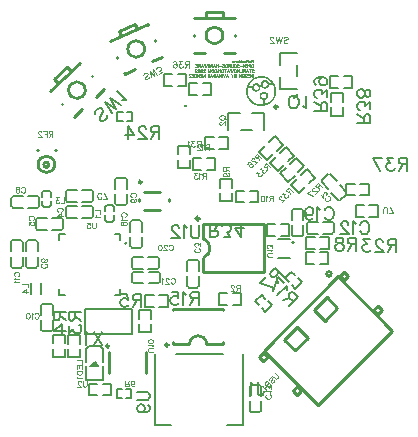
<source format=gbo>
G04 Layer: BottomSilkscreenLayer*
G04 EasyEDA v6.5.5, 2022-05-23 17:46:57*
G04 b170b76dcbfd4e769ccdd405e25ecab7,c17a8ced473b4d519dda31697e0e54b6,10*
G04 Gerber Generator version 0.2*
G04 Scale: 100 percent, Rotated: No, Reflected: No *
G04 Dimensions in inches *
G04 leading zeros omitted , absolute positions ,3 integer and 6 decimal *
%FSLAX36Y36*%
%MOIN*%

%ADD11C,0.0100*%
%ADD14C,0.0060*%
%ADD77C,0.0050*%
%ADD79C,0.0059*%
%ADD80C,0.0039*%
%ADD82C,0.0079*%
%ADD84C,0.0040*%
%ADD85C,0.0020*%
%ADD86C,0.0030*%

%LPD*%
G36*
X426880Y680020D02*
G01*
X422340Y679780D01*
X417939Y679240D01*
X413860Y678360D01*
X411980Y677820D01*
X409580Y676979D01*
X407220Y676000D01*
X404920Y674900D01*
X402680Y673680D01*
X398400Y670879D01*
X396360Y669320D01*
X392540Y665879D01*
X390760Y664040D01*
X389060Y662099D01*
X387460Y660080D01*
X385959Y658000D01*
X384580Y655840D01*
X383300Y653600D01*
X382140Y651320D01*
X381100Y648980D01*
X380200Y646580D01*
X379400Y644140D01*
X379009Y642640D01*
X402420Y642640D01*
X402700Y644440D01*
X403360Y646180D01*
X404380Y647760D01*
X405740Y649080D01*
X407380Y650080D01*
X409980Y650819D01*
X412580Y650740D01*
X415040Y649900D01*
X417200Y648300D01*
X418780Y646180D01*
X419600Y643900D01*
X419700Y641580D01*
X419120Y639340D01*
X417960Y637340D01*
X416240Y635700D01*
X414040Y634540D01*
X411380Y634040D01*
X409219Y634140D01*
X407320Y634720D01*
X405620Y635820D01*
X404000Y637500D01*
X403040Y639080D01*
X402520Y640819D01*
X402420Y642640D01*
X379009Y642640D01*
X378760Y641680D01*
X378340Y639380D01*
X378020Y636680D01*
X377750Y629780D01*
X383480Y629780D01*
X383540Y635060D01*
X383640Y636940D01*
X383780Y637940D01*
X384099Y639140D01*
X397100Y639140D01*
X397380Y637880D01*
X398020Y636200D01*
X399180Y634360D01*
X400700Y632580D01*
X402380Y631100D01*
X404680Y629680D01*
X407040Y628720D01*
X409460Y628220D01*
X411900Y628160D01*
X414300Y628560D01*
X416659Y629380D01*
X418920Y630660D01*
X421079Y632380D01*
X423000Y634520D01*
X424300Y636800D01*
X425020Y639380D01*
X425260Y642420D01*
X425080Y645280D01*
X424420Y647680D01*
X423220Y649900D01*
X421360Y652140D01*
X419739Y653620D01*
X417939Y654800D01*
X416000Y655660D01*
X413980Y656220D01*
X411900Y656500D01*
X409799Y656460D01*
X407720Y656160D01*
X405720Y655540D01*
X403820Y654659D01*
X402060Y653500D01*
X400480Y652039D01*
X399140Y650320D01*
X398000Y648379D01*
X397360Y646880D01*
X397080Y645680D01*
X389260Y645699D01*
X386280Y645819D01*
X385840Y645900D01*
X387420Y649280D01*
X388579Y651440D01*
X389840Y653540D01*
X391220Y655560D01*
X392680Y657500D01*
X394240Y659360D01*
X397620Y662800D01*
X399440Y664400D01*
X401320Y665879D01*
X403280Y667260D01*
X405280Y668540D01*
X407360Y669700D01*
X409480Y670740D01*
X411659Y671660D01*
X413880Y672460D01*
X416120Y673139D01*
X418060Y673540D01*
X420439Y673860D01*
X423100Y674100D01*
X425900Y674240D01*
X428740Y674280D01*
X431440Y674220D01*
X433900Y674060D01*
X435959Y673780D01*
X438240Y673300D01*
X440480Y672700D01*
X442660Y672000D01*
X444799Y671180D01*
X446880Y670260D01*
X448900Y669220D01*
X450860Y668060D01*
X452780Y666800D01*
X454640Y665440D01*
X456440Y663960D01*
X458180Y662380D01*
X459880Y660680D01*
X462879Y657440D01*
X463840Y655840D01*
X462700Y655300D01*
X454480Y655260D01*
X453920Y657020D01*
X453000Y659260D01*
X451719Y661240D01*
X450160Y662920D01*
X448360Y664300D01*
X446340Y665360D01*
X444200Y666100D01*
X441960Y666520D01*
X439660Y666560D01*
X437360Y666260D01*
X435120Y665580D01*
X432960Y664500D01*
X430959Y663020D01*
X429580Y661600D01*
X428420Y660040D01*
X427520Y658360D01*
X426860Y656600D01*
X426440Y654760D01*
X426299Y652420D01*
X432260Y652420D01*
X432440Y654780D01*
X433040Y656660D01*
X434159Y658220D01*
X435840Y659620D01*
X437660Y660460D01*
X439799Y660819D01*
X442020Y660720D01*
X444020Y660120D01*
X446780Y658100D01*
X448480Y655360D01*
X449000Y652200D01*
X448220Y648920D01*
X446940Y646919D01*
X445260Y645440D01*
X443280Y644460D01*
X441140Y644040D01*
X438960Y644140D01*
X436840Y644800D01*
X434900Y646020D01*
X433280Y647800D01*
X432760Y648680D01*
X432440Y649620D01*
X432299Y650800D01*
X432260Y652420D01*
X426299Y652420D01*
X426360Y651000D01*
X426680Y649120D01*
X427260Y647300D01*
X428080Y645560D01*
X429159Y643900D01*
X430480Y642380D01*
X432819Y640420D01*
X435319Y639140D01*
X438060Y638460D01*
X441180Y638380D01*
X443300Y638620D01*
X445260Y639100D01*
X447040Y639820D01*
X448680Y640780D01*
X450140Y641940D01*
X451420Y643360D01*
X452540Y644980D01*
X453480Y646840D01*
X454480Y649140D01*
X468100Y649160D01*
X469760Y644900D01*
X470379Y642980D01*
X470880Y641060D01*
X471260Y639080D01*
X471740Y634820D01*
X471860Y629780D01*
X471800Y626020D01*
X471640Y623320D01*
X471300Y621060D01*
X470720Y618660D01*
X470000Y616280D01*
X469159Y613940D01*
X468160Y611660D01*
X467040Y609420D01*
X465800Y607240D01*
X462960Y603100D01*
X461380Y601160D01*
X459700Y599300D01*
X457939Y597540D01*
X456100Y595900D01*
X454180Y594380D01*
X452180Y592960D01*
X450120Y591700D01*
X448020Y590560D01*
X444540Y589060D01*
X442220Y588200D01*
X440319Y587680D01*
X440319Y600280D01*
X442260Y601020D01*
X444340Y602140D01*
X446480Y603840D01*
X448400Y605880D01*
X449820Y607980D01*
X450420Y609280D01*
X450780Y610520D01*
X450940Y612080D01*
X450980Y614340D01*
X450800Y617560D01*
X450180Y620100D01*
X448940Y622320D01*
X447000Y624520D01*
X444780Y626440D01*
X442600Y627640D01*
X440120Y628280D01*
X437040Y628460D01*
X434980Y628440D01*
X433480Y628280D01*
X432260Y627980D01*
X431060Y627460D01*
X428900Y626120D01*
X426880Y624340D01*
X425140Y622280D01*
X423840Y620080D01*
X422980Y617400D01*
X422640Y614480D01*
X422740Y613160D01*
X428480Y613160D01*
X428480Y615280D01*
X429000Y617360D01*
X430040Y619280D01*
X431580Y620980D01*
X433640Y622340D01*
X436100Y622980D01*
X438800Y622780D01*
X441380Y621760D01*
X443459Y620060D01*
X444560Y618400D01*
X445220Y616580D01*
X445480Y614700D01*
X445340Y612820D01*
X444820Y611000D01*
X443940Y609360D01*
X442700Y607980D01*
X441120Y606900D01*
X438860Y606180D01*
X436320Y606060D01*
X433880Y606520D01*
X431880Y607500D01*
X430180Y609180D01*
X429060Y611100D01*
X428480Y613160D01*
X422740Y613160D01*
X422860Y611580D01*
X423640Y609000D01*
X425040Y606660D01*
X426980Y604420D01*
X429200Y602500D01*
X431420Y601220D01*
X433780Y600240D01*
X433780Y586100D01*
X431300Y585780D01*
X429099Y585620D01*
X426719Y585620D01*
X424219Y585780D01*
X421620Y586120D01*
X418940Y586620D01*
X416240Y587280D01*
X413540Y588080D01*
X410840Y589040D01*
X408540Y590020D01*
X406280Y591140D01*
X404099Y592420D01*
X401980Y593820D01*
X399940Y595360D01*
X398000Y597000D01*
X396140Y598780D01*
X394380Y600640D01*
X392720Y602600D01*
X391180Y604660D01*
X389760Y606800D01*
X388459Y609020D01*
X387299Y611300D01*
X386260Y613640D01*
X385379Y616040D01*
X384660Y618460D01*
X384060Y620980D01*
X383700Y623280D01*
X383540Y626000D01*
X383480Y629780D01*
X377750Y629780D01*
X377920Y624560D01*
X378180Y621860D01*
X378560Y619560D01*
X379180Y616940D01*
X379940Y614360D01*
X380820Y611880D01*
X381840Y609440D01*
X382980Y607060D01*
X384260Y604760D01*
X385640Y602540D01*
X387160Y600380D01*
X388800Y598280D01*
X390580Y596260D01*
X392460Y594320D01*
X394480Y592460D01*
X396500Y590760D01*
X398600Y589200D01*
X400760Y587740D01*
X403020Y586420D01*
X405319Y585200D01*
X407680Y584120D01*
X410100Y583160D01*
X412560Y582320D01*
X415040Y581620D01*
X417580Y581040D01*
X420140Y580600D01*
X422720Y580280D01*
X425319Y580100D01*
X427920Y580040D01*
X430520Y580120D01*
X433140Y580340D01*
X435740Y580700D01*
X438320Y581180D01*
X440900Y581820D01*
X443440Y582580D01*
X446240Y583600D01*
X448860Y584680D01*
X451320Y585880D01*
X453680Y587200D01*
X455940Y588680D01*
X458180Y590340D01*
X460420Y592200D01*
X464300Y595880D01*
X467260Y599280D01*
X468620Y601060D01*
X469880Y602900D01*
X472120Y606720D01*
X473980Y610700D01*
X474780Y612760D01*
X476100Y617000D01*
X476620Y619160D01*
X477040Y621360D01*
X477360Y623580D01*
X477580Y625840D01*
X477740Y630420D01*
X477680Y632740D01*
X477239Y637440D01*
X476880Y639820D01*
X475840Y644580D01*
X475100Y647000D01*
X474120Y649479D01*
X472920Y652000D01*
X471520Y654520D01*
X469960Y657039D01*
X468240Y659479D01*
X466380Y661860D01*
X464420Y664140D01*
X462360Y666260D01*
X460240Y668240D01*
X458080Y670000D01*
X455880Y671540D01*
X453420Y673100D01*
X448920Y675580D01*
X446780Y676540D01*
X444640Y677380D01*
X442440Y678080D01*
X440140Y678680D01*
X435680Y679539D01*
X431380Y679940D01*
G37*
D85*
X400501Y734181D02*
G01*
X400501Y725590D01*
X400501Y734181D02*
G01*
X396818Y734181D01*
X395591Y733772D01*
X395182Y733363D01*
X394773Y732544D01*
X394773Y731726D01*
X395182Y730908D01*
X395591Y730499D01*
X396818Y730090D01*
X400501Y730090D01*
X397637Y730090D02*
G01*
X394773Y725590D01*
X392074Y728863D02*
G01*
X387165Y728863D01*
X387165Y729681D01*
X387574Y730499D01*
X387983Y730908D01*
X388801Y731317D01*
X390028Y731317D01*
X390846Y730908D01*
X391665Y730090D01*
X392074Y728863D01*
X392074Y728044D01*
X391665Y726817D01*
X390846Y725999D01*
X390028Y725590D01*
X388801Y725590D01*
X387983Y725999D01*
X387165Y726817D01*
X381192Y734181D02*
G01*
X382010Y734181D01*
X382827Y733772D01*
X383236Y732544D01*
X383236Y725590D01*
X384465Y731317D02*
G01*
X381601Y731317D01*
X378491Y734181D02*
G01*
X378491Y725590D01*
X375792Y728863D02*
G01*
X370883Y728863D01*
X370883Y729681D01*
X371292Y730499D01*
X371701Y730908D01*
X372519Y731317D01*
X373746Y731317D01*
X374565Y730908D01*
X375383Y730090D01*
X375792Y728863D01*
X375792Y728044D01*
X375383Y726817D01*
X374565Y725999D01*
X373746Y725590D01*
X372519Y725590D01*
X371701Y725999D01*
X370883Y726817D01*
X363274Y730090D02*
G01*
X364092Y730908D01*
X364909Y731317D01*
X366136Y731317D01*
X366956Y730908D01*
X367773Y730090D01*
X368182Y728863D01*
X368182Y728044D01*
X367773Y726817D01*
X366956Y725999D01*
X366136Y725590D01*
X364909Y725590D01*
X364092Y725999D01*
X363274Y726817D01*
X359345Y734181D02*
G01*
X359345Y727226D01*
X358936Y725999D01*
X358118Y725590D01*
X357300Y725590D01*
X360573Y731317D02*
G01*
X357709Y731317D01*
X354601Y734181D02*
G01*
X354192Y733772D01*
X353783Y734181D01*
X354192Y734590D01*
X354601Y734181D01*
X354192Y731317D02*
G01*
X354192Y725590D01*
X349036Y731317D02*
G01*
X349855Y730908D01*
X350673Y730090D01*
X351082Y728863D01*
X351082Y728044D01*
X350673Y726817D01*
X349855Y725999D01*
X349036Y725590D01*
X347809Y725590D01*
X346992Y725999D01*
X346174Y726817D01*
X345765Y728044D01*
X345765Y728863D01*
X346174Y730090D01*
X346992Y730908D01*
X347809Y731317D01*
X349036Y731317D01*
X343064Y731317D02*
G01*
X343064Y725590D01*
X343064Y729681D02*
G01*
X341836Y730908D01*
X341018Y731317D01*
X339791Y731317D01*
X338973Y730908D01*
X338564Y729681D01*
X338564Y725590D01*
X331364Y730090D02*
G01*
X331773Y730908D01*
X333001Y731317D01*
X334228Y731317D01*
X335456Y730908D01*
X335865Y730090D01*
X335456Y729272D01*
X334637Y728863D01*
X332592Y728454D01*
X331773Y728044D01*
X331364Y727226D01*
X331364Y726817D01*
X331773Y725999D01*
X333001Y725590D01*
X334228Y725590D01*
X335456Y725999D01*
X335865Y726817D01*
X395936Y701626D02*
G01*
X396845Y702535D01*
X398208Y702990D01*
X400027Y702990D01*
X401391Y702535D01*
X402299Y701626D01*
X402299Y700717D01*
X401845Y699808D01*
X401391Y699354D01*
X400482Y698899D01*
X397754Y697990D01*
X396845Y697535D01*
X396391Y697081D01*
X395936Y696172D01*
X395936Y694808D01*
X396845Y693899D01*
X398208Y693444D01*
X400027Y693444D01*
X401391Y693899D01*
X402299Y694808D01*
X389754Y702990D02*
G01*
X389754Y693444D01*
X392935Y702990D02*
G01*
X386572Y702990D01*
X379935Y702990D02*
G01*
X383572Y693444D01*
X379935Y702990D02*
G01*
X376300Y693444D01*
X382209Y696626D02*
G01*
X377664Y696626D01*
X373299Y702990D02*
G01*
X373299Y693444D01*
X373299Y702990D02*
G01*
X369209Y702990D01*
X367844Y702535D01*
X367390Y702081D01*
X366935Y701172D01*
X366935Y700263D01*
X367390Y699354D01*
X367844Y698899D01*
X369209Y698444D01*
X373299Y698444D01*
X370118Y698444D02*
G01*
X366935Y693444D01*
X363936Y702990D02*
G01*
X363936Y693444D01*
X363936Y693444D02*
G01*
X358482Y693444D01*
X355482Y702990D02*
G01*
X355482Y693444D01*
X352482Y702990D02*
G01*
X352482Y693444D01*
X352482Y702990D02*
G01*
X346117Y693444D01*
X346117Y702990D02*
G01*
X346117Y693444D01*
X336300Y700717D02*
G01*
X336755Y701626D01*
X337664Y702535D01*
X338572Y702990D01*
X340390Y702990D01*
X341300Y702535D01*
X342209Y701626D01*
X342664Y700717D01*
X343118Y699354D01*
X343118Y697081D01*
X342664Y695717D01*
X342209Y694808D01*
X341300Y693899D01*
X340390Y693444D01*
X338572Y693444D01*
X337664Y693899D01*
X336755Y694808D01*
X336300Y695717D01*
X336300Y697081D01*
X338572Y697081D02*
G01*
X336300Y697081D01*
X333299Y702990D02*
G01*
X331027Y693444D01*
X328755Y702990D02*
G01*
X331027Y693444D01*
X328755Y702990D02*
G01*
X326481Y693444D01*
X324209Y702990D02*
G01*
X326481Y693444D01*
X317573Y702990D02*
G01*
X321208Y693444D01*
X317573Y702990D02*
G01*
X313936Y693444D01*
X319844Y696626D02*
G01*
X315299Y696626D01*
X307754Y702990D02*
G01*
X307754Y693444D01*
X310936Y702990D02*
G01*
X304573Y702990D01*
X294754Y700717D02*
G01*
X295209Y701626D01*
X296117Y702535D01*
X297026Y702990D01*
X298845Y702990D01*
X299754Y702535D01*
X300663Y701626D01*
X301117Y700717D01*
X301572Y699354D01*
X301572Y697081D01*
X301117Y695717D01*
X300663Y694808D01*
X299754Y693899D01*
X298845Y693444D01*
X297026Y693444D01*
X296117Y693899D01*
X295209Y694808D01*
X294754Y695717D01*
X291755Y702990D02*
G01*
X291755Y693444D01*
X285390Y702990D02*
G01*
X285390Y693444D01*
X291755Y698444D02*
G01*
X285390Y698444D01*
X281935Y695717D02*
G01*
X282390Y695263D01*
X281935Y694808D01*
X281481Y695263D01*
X281935Y695717D01*
X271664Y700717D02*
G01*
X272118Y701626D01*
X273027Y702535D01*
X273936Y702990D01*
X275754Y702990D01*
X276664Y702535D01*
X277573Y701626D01*
X278027Y700717D01*
X278482Y699354D01*
X278482Y697081D01*
X278027Y695717D01*
X277573Y694808D01*
X276664Y693899D01*
X275754Y693444D01*
X273936Y693444D01*
X273027Y693899D01*
X272118Y694808D01*
X271664Y695717D01*
X265936Y702990D02*
G01*
X266845Y702535D01*
X267754Y701626D01*
X268208Y700717D01*
X268663Y699354D01*
X268663Y697081D01*
X268208Y695717D01*
X267754Y694808D01*
X266845Y693899D01*
X265936Y693444D01*
X264117Y693444D01*
X263208Y693899D01*
X262299Y694808D01*
X261845Y695717D01*
X261391Y697081D01*
X261391Y699354D01*
X261845Y700717D01*
X262299Y701626D01*
X263208Y702535D01*
X264117Y702990D01*
X265936Y702990D01*
X258391Y702990D02*
G01*
X258391Y693444D01*
X258391Y702990D02*
G01*
X254754Y693444D01*
X251117Y702990D02*
G01*
X254754Y693444D01*
X251117Y702990D02*
G01*
X251117Y693444D01*
X240663Y700717D02*
G01*
X240663Y701172D01*
X240209Y702081D01*
X239754Y702535D01*
X238845Y702990D01*
X237026Y702990D01*
X236117Y702535D01*
X235663Y702081D01*
X235209Y701172D01*
X235209Y700263D01*
X235663Y699354D01*
X236572Y697990D01*
X241117Y693444D01*
X234754Y693444D01*
X229026Y702990D02*
G01*
X230390Y702535D01*
X231300Y701172D01*
X231755Y698899D01*
X231755Y697535D01*
X231300Y695263D01*
X230390Y693899D01*
X229026Y693444D01*
X228118Y693444D01*
X226755Y693899D01*
X225844Y695263D01*
X225390Y697535D01*
X225390Y698899D01*
X225844Y701172D01*
X226755Y702535D01*
X228118Y702990D01*
X229026Y702990D01*
X221935Y700717D02*
G01*
X221935Y701172D01*
X221481Y702081D01*
X221027Y702535D01*
X220118Y702990D01*
X218299Y702990D01*
X217390Y702535D01*
X216935Y702081D01*
X216481Y701172D01*
X216481Y700263D01*
X216935Y699354D01*
X217844Y697990D01*
X222390Y693444D01*
X216027Y693444D01*
X212573Y700717D02*
G01*
X212573Y701172D01*
X212118Y702081D01*
X211664Y702535D01*
X210754Y702990D01*
X208936Y702990D01*
X208027Y702535D01*
X207573Y702081D01*
X207118Y701172D01*
X207118Y700263D01*
X207573Y699354D01*
X208482Y697990D01*
X213027Y693444D01*
X206664Y693444D01*
X399072Y719690D02*
G01*
X399982Y719235D01*
X400891Y718326D01*
X401345Y717417D01*
X401800Y716054D01*
X401800Y713781D01*
X401345Y712417D01*
X400891Y711508D01*
X399982Y710599D01*
X399072Y710144D01*
X397254Y710144D01*
X396345Y710599D01*
X395435Y711508D01*
X394982Y712417D01*
X394526Y713781D01*
X394526Y716054D01*
X394982Y717417D01*
X395435Y718326D01*
X396345Y719235D01*
X397254Y719690D01*
X399072Y719690D01*
X391526Y719690D02*
G01*
X391526Y710144D01*
X391526Y719690D02*
G01*
X387435Y719690D01*
X386072Y719235D01*
X385618Y718781D01*
X385164Y717872D01*
X385164Y716508D01*
X385618Y715599D01*
X386072Y715144D01*
X387435Y714690D01*
X391526Y714690D01*
X382164Y719690D02*
G01*
X382164Y710144D01*
X382164Y719690D02*
G01*
X376255Y719690D01*
X382164Y715144D02*
G01*
X378527Y715144D01*
X382164Y710144D02*
G01*
X376255Y710144D01*
X373254Y719690D02*
G01*
X373254Y710144D01*
X373254Y719690D02*
G01*
X366890Y710144D01*
X366890Y719690D02*
G01*
X366890Y710144D01*
X363891Y714235D02*
G01*
X355708Y714235D01*
X346345Y718326D02*
G01*
X347254Y719235D01*
X348617Y719690D01*
X350435Y719690D01*
X351800Y719235D01*
X352709Y718326D01*
X352709Y717417D01*
X352254Y716508D01*
X351800Y716054D01*
X350891Y715599D01*
X348163Y714690D01*
X347254Y714235D01*
X346800Y713781D01*
X346345Y712872D01*
X346345Y711508D01*
X347254Y710599D01*
X348617Y710144D01*
X350435Y710144D01*
X351800Y710599D01*
X352709Y711508D01*
X340618Y719690D02*
G01*
X341526Y719235D01*
X342435Y718326D01*
X342890Y717417D01*
X343344Y716054D01*
X343344Y713781D01*
X342890Y712417D01*
X342435Y711508D01*
X341526Y710599D01*
X340618Y710144D01*
X338800Y710144D01*
X337890Y710599D01*
X336981Y711508D01*
X336526Y712417D01*
X336072Y713781D01*
X336072Y716054D01*
X336526Y717417D01*
X336981Y718326D01*
X337890Y719235D01*
X338800Y719690D01*
X340618Y719690D01*
X333073Y719690D02*
G01*
X333073Y712872D01*
X332618Y711508D01*
X331709Y710599D01*
X330344Y710144D01*
X329435Y710144D01*
X328073Y710599D01*
X327164Y711508D01*
X326709Y712872D01*
X326709Y719690D01*
X323708Y719690D02*
G01*
X323708Y710144D01*
X323708Y719690D02*
G01*
X319618Y719690D01*
X318254Y719235D01*
X317799Y718781D01*
X317344Y717872D01*
X317344Y716963D01*
X317799Y716054D01*
X318254Y715599D01*
X319618Y715144D01*
X323708Y715144D01*
X320527Y715144D02*
G01*
X317344Y710144D01*
X307527Y717417D02*
G01*
X307982Y718326D01*
X308891Y719235D01*
X309799Y719690D01*
X311617Y719690D01*
X312527Y719235D01*
X313436Y718326D01*
X313891Y717417D01*
X314345Y716054D01*
X314345Y713781D01*
X313891Y712417D01*
X313436Y711508D01*
X312527Y710599D01*
X311617Y710144D01*
X309799Y710144D01*
X308891Y710599D01*
X307982Y711508D01*
X307527Y712417D01*
X304526Y719690D02*
G01*
X304526Y710144D01*
X304526Y719690D02*
G01*
X298617Y719690D01*
X304526Y715144D02*
G01*
X300891Y715144D01*
X304526Y710144D02*
G01*
X298617Y710144D01*
X295618Y714235D02*
G01*
X287435Y714235D01*
X284435Y719690D02*
G01*
X284435Y710144D01*
X278073Y719690D02*
G01*
X278073Y710144D01*
X284435Y715144D02*
G01*
X278073Y715144D01*
X271436Y719690D02*
G01*
X275073Y710144D01*
X271436Y719690D02*
G01*
X267799Y710144D01*
X273708Y713326D02*
G01*
X269164Y713326D01*
X264799Y719690D02*
G01*
X264799Y710144D01*
X264799Y719690D02*
G01*
X260708Y719690D01*
X259345Y719235D01*
X258891Y718781D01*
X258436Y717872D01*
X258436Y716963D01*
X258891Y716054D01*
X259345Y715599D01*
X260708Y715144D01*
X264799Y715144D01*
X261617Y715144D02*
G01*
X258436Y710144D01*
X255435Y719690D02*
G01*
X255435Y710144D01*
X255435Y719690D02*
G01*
X252254Y719690D01*
X250891Y719235D01*
X249981Y718326D01*
X249526Y717417D01*
X249072Y716054D01*
X249072Y713781D01*
X249526Y712417D01*
X249981Y711508D01*
X250891Y710599D01*
X252254Y710144D01*
X255435Y710144D01*
X246072Y719690D02*
G01*
X243800Y710144D01*
X241526Y719690D02*
G01*
X243800Y710144D01*
X241526Y719690D02*
G01*
X239255Y710144D01*
X236981Y719690D02*
G01*
X239255Y710144D01*
X230344Y719690D02*
G01*
X233981Y710144D01*
X230344Y719690D02*
G01*
X226709Y710144D01*
X232618Y713326D02*
G01*
X228073Y713326D01*
X223708Y719690D02*
G01*
X223708Y710144D01*
X223708Y719690D02*
G01*
X219618Y719690D01*
X218254Y719235D01*
X217799Y718781D01*
X217344Y717872D01*
X217344Y716963D01*
X217799Y716054D01*
X218254Y715599D01*
X219618Y715144D01*
X223708Y715144D01*
X220527Y715144D02*
G01*
X217344Y710144D01*
X214345Y719690D02*
G01*
X214345Y710144D01*
X214345Y719690D02*
G01*
X208436Y719690D01*
X214345Y715144D02*
G01*
X210708Y715144D01*
X214345Y710144D02*
G01*
X208436Y710144D01*
X401499Y686490D02*
G01*
X401499Y676944D01*
X401499Y686490D02*
G01*
X398317Y686490D01*
X396954Y686035D01*
X396045Y685126D01*
X395591Y684217D01*
X395136Y682854D01*
X395136Y680581D01*
X395591Y679217D01*
X396045Y678308D01*
X396954Y677399D01*
X398317Y676944D01*
X401499Y676944D01*
X392136Y686490D02*
G01*
X392136Y676944D01*
X392136Y686490D02*
G01*
X386226Y686490D01*
X392136Y681944D02*
G01*
X388500Y681944D01*
X392136Y676944D02*
G01*
X386226Y676944D01*
X376863Y685126D02*
G01*
X377772Y686035D01*
X379135Y686490D01*
X380955Y686490D01*
X382317Y686035D01*
X383226Y685126D01*
X383226Y684217D01*
X382772Y683308D01*
X382317Y682854D01*
X381409Y682399D01*
X378681Y681490D01*
X377772Y681035D01*
X377317Y680581D01*
X376863Y679672D01*
X376863Y678308D01*
X377772Y677399D01*
X379135Y676944D01*
X380955Y676944D01*
X382317Y677399D01*
X383226Y678308D01*
X373864Y686490D02*
G01*
X373864Y676944D01*
X364044Y684217D02*
G01*
X364499Y685126D01*
X365408Y686035D01*
X366318Y686490D01*
X368136Y686490D01*
X369044Y686035D01*
X369954Y685126D01*
X370408Y684217D01*
X370864Y682854D01*
X370864Y680581D01*
X370408Y679217D01*
X369954Y678308D01*
X369044Y677399D01*
X368136Y676944D01*
X366318Y676944D01*
X365408Y677399D01*
X364499Y678308D01*
X364044Y679217D01*
X364044Y680581D01*
X366318Y680581D02*
G01*
X364044Y680581D01*
X361045Y686490D02*
G01*
X361045Y676944D01*
X361045Y686490D02*
G01*
X354682Y676944D01*
X354682Y686490D02*
G01*
X354682Y676944D01*
X344682Y686490D02*
G01*
X344682Y676944D01*
X344682Y686490D02*
G01*
X340591Y686490D01*
X339227Y686035D01*
X338773Y685581D01*
X338317Y684672D01*
X338317Y683763D01*
X338773Y682854D01*
X339227Y682399D01*
X340591Y681944D01*
X344682Y681944D02*
G01*
X340591Y681944D01*
X339227Y681490D01*
X338773Y681035D01*
X338317Y680126D01*
X338317Y678763D01*
X338773Y677854D01*
X339227Y677399D01*
X340591Y676944D01*
X344682Y676944D01*
X335317Y686490D02*
G01*
X331682Y681944D01*
X331682Y676944D01*
X328045Y686490D02*
G01*
X331682Y681944D01*
X314408Y686490D02*
G01*
X318045Y676944D01*
X314408Y686490D02*
G01*
X310772Y676944D01*
X316682Y680126D02*
G01*
X312136Y680126D01*
X307772Y686490D02*
G01*
X304135Y676944D01*
X300500Y686490D02*
G01*
X304135Y676944D01*
X297500Y686490D02*
G01*
X297500Y676944D01*
X294499Y686490D02*
G01*
X294499Y676944D01*
X294499Y686490D02*
G01*
X288136Y676944D01*
X288136Y686490D02*
G01*
X288136Y676944D01*
X281499Y686490D02*
G01*
X285136Y676944D01*
X281499Y686490D02*
G01*
X277863Y676944D01*
X283773Y680126D02*
G01*
X279227Y680126D01*
X274863Y686490D02*
G01*
X274863Y676944D01*
X274863Y686490D02*
G01*
X271682Y686490D01*
X270317Y686035D01*
X269408Y685126D01*
X268954Y684217D01*
X268500Y682854D01*
X268500Y680581D01*
X268954Y679217D01*
X269408Y678308D01*
X270317Y677399D01*
X271682Y676944D01*
X274863Y676944D01*
X261863Y686490D02*
G01*
X265500Y676944D01*
X261863Y686490D02*
G01*
X258226Y676944D01*
X264135Y680126D02*
G01*
X259591Y680126D01*
X255227Y686490D02*
G01*
X255227Y676944D01*
X255227Y686490D02*
G01*
X252044Y686490D01*
X250681Y686035D01*
X249772Y685126D01*
X249318Y684217D01*
X248864Y682854D01*
X248864Y680581D01*
X249318Y679217D01*
X249772Y678308D01*
X250681Y677399D01*
X252044Y676944D01*
X255227Y676944D01*
X238864Y686490D02*
G01*
X238864Y676944D01*
X238864Y686490D02*
G01*
X235227Y676944D01*
X231590Y686490D02*
G01*
X235227Y676944D01*
X231590Y686490D02*
G01*
X231590Y676944D01*
X228590Y686490D02*
G01*
X228590Y676944D01*
X228590Y686490D02*
G01*
X222682Y686490D01*
X228590Y681944D02*
G01*
X224954Y681944D01*
X228590Y676944D02*
G01*
X222682Y676944D01*
X219682Y686490D02*
G01*
X219682Y676944D01*
X219682Y686490D02*
G01*
X213317Y676944D01*
X213317Y686490D02*
G01*
X213317Y676944D01*
X210317Y686490D02*
G01*
X210317Y676944D01*
X210317Y686490D02*
G01*
X207136Y686490D01*
X205772Y686035D01*
X204863Y685126D01*
X204408Y684217D01*
X203954Y682854D01*
X203954Y680581D01*
X204408Y679217D01*
X204863Y678308D01*
X205772Y677399D01*
X207136Y676944D01*
X210317Y676944D01*
X200955Y686490D02*
G01*
X200955Y676944D01*
X200955Y686490D02*
G01*
X195045Y686490D01*
X200955Y681944D02*
G01*
X197317Y681944D01*
X200955Y676944D02*
G01*
X195045Y676944D01*
X185681Y686490D02*
G01*
X192044Y676944D01*
X192044Y686490D02*
G01*
X185681Y686490D01*
X192044Y676944D02*
G01*
X185681Y676944D01*
D14*
X-214380Y-106570D02*
G01*
X-171480Y-106570D01*
X-214380Y-106570D02*
G01*
X-214380Y-124970D01*
X-212380Y-131070D01*
X-210280Y-133170D01*
X-206180Y-135170D01*
X-202079Y-135170D01*
X-197979Y-133170D01*
X-195979Y-131070D01*
X-193980Y-124970D01*
X-193980Y-106570D01*
X-193980Y-120870D02*
G01*
X-171480Y-135170D01*
X-214380Y-152770D02*
G01*
X-214380Y-175270D01*
X-197979Y-163070D01*
X-197979Y-169170D01*
X-195979Y-173270D01*
X-193980Y-175270D01*
X-187780Y-177370D01*
X-183680Y-177370D01*
X-177579Y-175270D01*
X-173479Y-171170D01*
X-171480Y-165070D01*
X-171480Y-158970D01*
X-173479Y-152770D01*
X-175479Y-150770D01*
X-179579Y-148670D01*
X-264080Y-105870D02*
G01*
X-221180Y-105870D01*
X-264080Y-105870D02*
G01*
X-264080Y-124270D01*
X-262079Y-130370D01*
X-259979Y-132470D01*
X-255879Y-134470D01*
X-251779Y-134470D01*
X-247680Y-132470D01*
X-245680Y-130370D01*
X-243680Y-124270D01*
X-243680Y-105870D01*
X-243680Y-120170D02*
G01*
X-221180Y-134470D01*
X-264080Y-168470D02*
G01*
X-235479Y-147970D01*
X-235479Y-178670D01*
X-264080Y-168470D02*
G01*
X-221180Y-168470D01*
X474317Y40382D02*
G01*
X504651Y10047D01*
X474317Y40382D02*
G01*
X461306Y27371D01*
X458406Y21644D01*
X458406Y18674D01*
X459891Y14360D01*
X462790Y11461D01*
X467105Y9976D01*
X470003Y10047D01*
X475730Y12946D01*
X488742Y25957D01*
X478630Y15845D02*
G01*
X484429Y-10175D01*
X424254Y-9680D02*
G01*
X469085Y-25520D01*
X444548Y10613D02*
G01*
X424254Y-9680D01*
X549502Y-56897D02*
G01*
X519166Y-87232D01*
X549502Y-56897D02*
G01*
X536490Y-43886D01*
X530762Y-40987D01*
X527793Y-40988D01*
X523481Y-42472D01*
X520581Y-45371D01*
X519097Y-49685D01*
X519166Y-52584D01*
X522066Y-58311D01*
X535075Y-71322D01*
X524965Y-61211D02*
G01*
X498944Y-67008D01*
X513935Y-32927D02*
G01*
X512520Y-28542D01*
X512448Y-19844D01*
X482114Y-50180D01*
X482680Y9924D02*
G01*
X466841Y-34906D01*
X502902Y-10299D02*
G01*
X482680Y9924D01*
X416019Y-341270D02*
G01*
X416019Y-373970D01*
X418119Y-380170D01*
X420119Y-382170D01*
X424219Y-384170D01*
X428320Y-384170D01*
X432420Y-382170D01*
X434520Y-380170D01*
X436520Y-373970D01*
X436520Y-369870D01*
X402520Y-349470D02*
G01*
X398519Y-347370D01*
X392319Y-341270D01*
X392319Y-384170D01*
X27849Y-46850D02*
G01*
X27849Y-89750D01*
X27849Y-46850D02*
G01*
X9449Y-46850D01*
X3350Y-48850D01*
X1250Y-50950D01*
X-749Y-55050D01*
X-749Y-59150D01*
X1250Y-63250D01*
X3350Y-65250D01*
X9449Y-67250D01*
X27849Y-67250D01*
X13549Y-67250D02*
G01*
X-749Y-89750D01*
X-38850Y-46850D02*
G01*
X-18350Y-46850D01*
X-16350Y-65250D01*
X-18350Y-63250D01*
X-24549Y-61150D01*
X-30649Y-61150D01*
X-36750Y-63250D01*
X-40850Y-67250D01*
X-42950Y-73450D01*
X-42950Y-77550D01*
X-40850Y-83650D01*
X-36750Y-87750D01*
X-30649Y-89750D01*
X-24549Y-89750D01*
X-18350Y-87750D01*
X-16350Y-85750D01*
X-14250Y-81650D01*
X14020Y-372370D02*
G01*
X44719Y-372370D01*
X50820Y-374370D01*
X54920Y-378470D01*
X56920Y-384670D01*
X56920Y-388770D01*
X54920Y-394870D01*
X50820Y-398970D01*
X44719Y-400970D01*
X14020Y-400970D01*
X28320Y-441070D02*
G01*
X34420Y-439070D01*
X38519Y-434970D01*
X40619Y-428870D01*
X40619Y-426770D01*
X38519Y-420670D01*
X34420Y-416570D01*
X28320Y-414470D01*
X26319Y-414470D01*
X20119Y-416570D01*
X16019Y-420670D01*
X14020Y-426770D01*
X14020Y-428870D01*
X16019Y-434970D01*
X20119Y-439070D01*
X28320Y-441070D01*
X38519Y-441070D01*
X48819Y-439070D01*
X54920Y-434970D01*
X56920Y-428870D01*
X56920Y-424770D01*
X54920Y-418570D01*
X50820Y-416570D01*
X-102500Y-172700D02*
G01*
X-131099Y-215600D01*
X-131099Y-172700D02*
G01*
X-102500Y-215600D01*
X-144600Y-180900D02*
G01*
X-148699Y-178800D01*
X-154899Y-172700D01*
X-154899Y-215600D01*
D80*
X472995Y-309517D02*
G01*
X482542Y-319064D01*
X483814Y-321609D01*
X483743Y-324086D01*
X482470Y-326631D01*
X481198Y-327902D01*
X478652Y-329176D01*
X476177Y-329246D01*
X473632Y-327974D01*
X464085Y-318428D01*
X452983Y-333347D02*
G01*
X452983Y-330802D01*
X454256Y-328258D01*
X456802Y-325711D01*
X459278Y-324509D01*
X461823Y-324509D01*
X463096Y-325782D01*
X463733Y-327691D01*
X463733Y-328963D01*
X463167Y-330801D01*
X460621Y-335892D01*
X459984Y-337803D01*
X459984Y-339076D01*
X460621Y-340985D01*
X462529Y-342893D01*
X465006Y-342823D01*
X467551Y-341550D01*
X470096Y-339004D01*
X471298Y-336529D01*
X471369Y-334055D01*
X446904Y-335610D02*
G01*
X460195Y-348904D01*
X446904Y-335610D02*
G01*
X441175Y-341339D01*
X439974Y-343814D01*
X439974Y-345085D01*
X440609Y-346994D01*
X441881Y-348268D01*
X443792Y-348904D01*
X445064Y-348904D01*
X447541Y-347702D01*
X453267Y-341975D02*
G01*
X447541Y-347702D01*
X446337Y-350178D01*
X446337Y-351449D01*
X446974Y-353359D01*
X448882Y-355268D01*
X450722Y-355834D01*
X451994Y-355834D01*
X454468Y-354632D01*
X460195Y-348904D01*
X436439Y-351168D02*
G01*
X434528Y-351804D01*
X430709Y-351803D01*
X444004Y-365097D01*
X356610Y-17086D02*
G01*
X356610Y-35876D01*
X356610Y-17086D02*
G01*
X348557Y-17086D01*
X345873Y-17981D01*
X344978Y-18876D01*
X344083Y-20665D01*
X344083Y-22455D01*
X344978Y-24244D01*
X345873Y-25139D01*
X348557Y-26034D01*
X356610Y-26034D01*
X350347Y-26034D02*
G01*
X344083Y-35876D01*
X337282Y-21560D02*
G01*
X337282Y-20665D01*
X336387Y-18876D01*
X335492Y-17981D01*
X333703Y-17086D01*
X330124Y-17086D01*
X328334Y-17981D01*
X327439Y-18876D01*
X326545Y-20665D01*
X326545Y-22455D01*
X327439Y-24244D01*
X329229Y-26929D01*
X338177Y-35876D01*
X325650Y-35876D01*
D84*
X-35245Y211513D02*
G01*
X-37065Y212422D01*
X-38882Y214240D01*
X-39791Y216058D01*
X-39791Y219694D01*
X-38882Y221513D01*
X-37065Y223331D01*
X-35245Y224240D01*
X-32519Y225149D01*
X-27974Y225149D01*
X-25245Y224240D01*
X-23428Y223331D01*
X-21610Y221513D01*
X-20700Y219694D01*
X-20700Y216058D01*
X-21610Y214240D01*
X-23428Y212422D01*
X-25245Y211513D01*
X-36154Y205513D02*
G01*
X-37065Y203694D01*
X-39791Y200967D01*
X-20700Y200967D01*
X-39791Y190422D02*
G01*
X-38882Y193149D01*
X-37065Y194058D01*
X-35245Y194058D01*
X-33428Y193149D01*
X-32519Y191331D01*
X-31610Y187694D01*
X-30700Y184967D01*
X-28882Y183149D01*
X-27065Y182240D01*
X-24336Y182240D01*
X-22519Y183149D01*
X-21610Y184058D01*
X-20700Y186785D01*
X-20700Y190422D01*
X-21610Y193149D01*
X-22519Y194058D01*
X-24336Y194967D01*
X-27065Y194967D01*
X-28882Y194058D01*
X-30700Y192240D01*
X-31610Y189513D01*
X-32519Y185876D01*
X-33428Y184058D01*
X-35245Y183149D01*
X-37065Y183149D01*
X-38882Y184058D01*
X-39791Y186785D01*
X-39791Y190422D01*
D80*
X288356Y543360D02*
G01*
X289251Y545150D01*
X291040Y546939D01*
X292830Y547834D01*
X295514Y548729D01*
X299988Y548729D01*
X302672Y547834D01*
X304462Y546939D01*
X306251Y545150D01*
X307146Y543360D01*
X307146Y539781D01*
X306251Y537992D01*
X304462Y536202D01*
X302672Y535308D01*
X299988Y534413D01*
X295514Y534413D01*
X292830Y535308D01*
X291040Y536202D01*
X289251Y537992D01*
X288356Y539781D01*
X288356Y543360D01*
X303567Y540676D02*
G01*
X308936Y535308D01*
X292830Y527612D02*
G01*
X291935Y527612D01*
X290146Y526718D01*
X289251Y525823D01*
X288356Y524033D01*
X288356Y520454D01*
X289251Y518665D01*
X290146Y517770D01*
X291935Y516875D01*
X293725Y516875D01*
X295514Y517770D01*
X298199Y519559D01*
X307146Y528507D01*
X307146Y515980D01*
X254593Y452178D02*
G01*
X254593Y433388D01*
X254593Y452178D02*
G01*
X246540Y452178D01*
X243856Y451283D01*
X242961Y450388D01*
X242066Y448599D01*
X242066Y446809D01*
X242961Y445020D01*
X243856Y444125D01*
X246540Y443230D01*
X254593Y443230D01*
X248330Y443230D02*
G01*
X242066Y433388D01*
X236162Y448599D02*
G01*
X234372Y449494D01*
X231688Y452178D01*
X231688Y433388D01*
X224886Y447704D02*
G01*
X224886Y448599D01*
X223993Y450388D01*
X223097Y451283D01*
X221307Y452178D01*
X217728Y452178D01*
X215940Y451283D01*
X215045Y450388D01*
X214149Y448599D01*
X214149Y446809D01*
X215045Y445020D01*
X216835Y442335D01*
X225781Y433388D01*
X213254Y433388D01*
X244412Y356241D02*
G01*
X244412Y337451D01*
X244412Y356241D02*
G01*
X236359Y356241D01*
X233675Y355346D01*
X232780Y354451D01*
X231885Y352662D01*
X231885Y350872D01*
X232780Y349083D01*
X233675Y348188D01*
X236359Y347293D01*
X244412Y347293D01*
X238149Y347293D02*
G01*
X231885Y337451D01*
X225979Y352662D02*
G01*
X224189Y353557D01*
X221505Y356241D01*
X221505Y337451D01*
X213810Y356241D02*
G01*
X203968Y356241D01*
X209336Y349083D01*
X206652Y349083D01*
X204862Y348188D01*
X203968Y347293D01*
X203073Y344609D01*
X203073Y342819D01*
X203968Y340135D01*
X205757Y338346D01*
X208442Y337451D01*
X211126Y337451D01*
X213810Y338346D01*
X214705Y339240D01*
X215600Y341030D01*
X615897Y323144D02*
G01*
X628954Y309620D01*
X615897Y323144D02*
G01*
X610069Y317518D01*
X608824Y315064D01*
X608801Y313792D01*
X609405Y311871D01*
X610654Y310576D01*
X612554Y309907D01*
X613825Y309885D01*
X616320Y311044D01*
X622147Y316670D01*
X617615Y312294D02*
G01*
X619964Y300938D01*
X605138Y306501D02*
G01*
X604513Y307147D01*
X602615Y307818D01*
X601342Y307840D01*
X599422Y307236D01*
X596833Y304736D01*
X596163Y302838D01*
X596141Y301565D01*
X596743Y299646D01*
X597995Y298351D01*
X599893Y297681D01*
X603063Y296989D01*
X615720Y296839D01*
X606656Y288086D01*
X580361Y288828D02*
G01*
X599894Y281556D01*
X589353Y297511D02*
G01*
X580361Y288828D01*
X-25000Y-354264D02*
G01*
X-25000Y-335474D01*
X-25000Y-354264D02*
G01*
X-16947Y-354264D01*
X-14263Y-353369D01*
X-13368Y-352474D01*
X-12472Y-350685D01*
X-12472Y-348895D01*
X-13368Y-347106D01*
X-14263Y-346211D01*
X-16947Y-345316D01*
X-25000Y-345316D01*
X-18737Y-345316D02*
G01*
X-12472Y-335474D01*
X4170Y-351580D02*
G01*
X3275Y-353369D01*
X591Y-354264D01*
X-1198Y-354264D01*
X-3882Y-353369D01*
X-5672Y-350685D01*
X-6567Y-346211D01*
X-6567Y-341737D01*
X-5672Y-338158D01*
X-3882Y-336369D01*
X-1198Y-335474D01*
X-303Y-335474D01*
X2380Y-336369D01*
X4170Y-338158D01*
X5064Y-340842D01*
X5064Y-341737D01*
X4170Y-344421D01*
X2380Y-346211D01*
X-303Y-347106D01*
X-1198Y-347106D01*
X-3882Y-346211D01*
X-5672Y-344421D01*
X-6567Y-341737D01*
X649072Y279911D02*
G01*
X651001Y280444D01*
X653528Y280311D01*
X655390Y279580D01*
X657785Y276920D01*
X658319Y274991D01*
X658185Y272465D01*
X657454Y270602D01*
X656058Y268141D01*
X652734Y265147D01*
X650141Y264016D01*
X648212Y263484D01*
X645685Y263616D01*
X643822Y264347D01*
X641427Y267007D01*
X640896Y268936D01*
X641027Y271463D01*
X641759Y273326D01*
X644522Y284965D02*
G01*
X645187Y285564D01*
X645918Y287426D01*
X645985Y288689D01*
X645452Y290618D01*
X643058Y293278D01*
X641194Y294009D01*
X639931Y294075D01*
X638002Y293543D01*
X636673Y292345D01*
X635942Y290483D01*
X635144Y287357D01*
X634483Y274720D01*
X626099Y284030D01*
X219719Y105429D02*
G01*
X221520Y104529D01*
X223320Y102729D01*
X224219Y100929D01*
X224219Y97429D01*
X223320Y95629D01*
X221520Y93829D01*
X219719Y92929D01*
X217020Y92029D01*
X212520Y92029D01*
X209819Y92929D01*
X208119Y93829D01*
X206319Y95629D01*
X205420Y97429D01*
X205420Y100929D01*
X206319Y102729D01*
X208119Y104529D01*
X209819Y105429D01*
X224219Y113129D02*
G01*
X224219Y123029D01*
X217020Y117629D01*
X217020Y120329D01*
X216120Y122129D01*
X215219Y123029D01*
X212520Y123929D01*
X210720Y123929D01*
X208119Y123029D01*
X206319Y121229D01*
X205420Y118529D01*
X205420Y115829D01*
X206319Y113129D01*
X207219Y112229D01*
X209020Y111329D01*
X-248479Y228329D02*
G01*
X-250280Y229229D01*
X-252079Y231029D01*
X-252979Y232829D01*
X-252979Y236329D01*
X-252079Y238129D01*
X-250280Y239929D01*
X-248479Y240829D01*
X-245780Y241729D01*
X-241279Y241729D01*
X-238580Y240829D01*
X-236880Y239929D01*
X-235079Y238129D01*
X-234179Y236329D01*
X-234179Y232829D01*
X-235079Y231029D01*
X-236880Y229229D01*
X-238580Y228329D01*
X-252979Y213429D02*
G01*
X-240379Y222429D01*
X-240379Y209029D01*
X-252979Y213429D02*
G01*
X-234179Y213429D01*
X-342929Y200278D02*
G01*
X-344728Y201178D01*
X-346529Y202978D01*
X-347429Y204778D01*
X-347429Y208378D01*
X-346529Y210178D01*
X-344728Y211978D01*
X-342929Y212878D01*
X-340329Y213778D01*
X-335829Y213778D01*
X-333128Y212878D01*
X-331328Y211978D01*
X-329529Y210178D01*
X-328629Y208378D01*
X-328629Y204778D01*
X-329529Y202978D01*
X-331328Y201178D01*
X-333128Y200278D01*
X-347429Y183678D02*
G01*
X-347429Y192578D01*
X-339429Y193478D01*
X-340329Y192578D01*
X-341229Y189878D01*
X-341229Y187278D01*
X-340329Y184578D01*
X-338528Y182778D01*
X-335829Y181878D01*
X-334029Y181878D01*
X-331328Y182778D01*
X-329529Y184578D01*
X-328629Y187278D01*
X-328629Y189878D01*
X-329529Y192578D01*
X-330429Y193478D01*
X-332228Y194378D01*
X-291390Y54851D02*
G01*
X-289600Y53956D01*
X-287811Y52166D01*
X-286916Y50377D01*
X-286916Y46798D01*
X-287811Y45009D01*
X-289600Y43219D01*
X-291390Y42324D01*
X-294074Y41429D01*
X-298548Y41429D01*
X-301232Y42324D01*
X-303022Y43219D01*
X-304810Y45009D01*
X-305706Y46798D01*
X-305706Y50377D01*
X-304810Y52166D01*
X-303022Y53956D01*
X-301232Y54851D01*
X-289600Y71493D02*
G01*
X-287811Y70599D01*
X-286916Y67914D01*
X-286916Y66125D01*
X-287811Y63440D01*
X-290495Y61651D01*
X-294969Y60756D01*
X-299443Y60756D01*
X-303022Y61651D01*
X-304810Y63440D01*
X-305706Y66125D01*
X-305706Y67020D01*
X-304810Y69704D01*
X-303022Y71493D01*
X-300338Y72388D01*
X-299443Y72388D01*
X-296759Y71493D01*
X-294969Y69704D01*
X-294074Y67020D01*
X-294074Y66125D01*
X-294969Y63440D01*
X-296759Y61651D01*
X-299443Y60756D01*
X-4099Y276899D02*
G01*
X-5900Y277799D01*
X-7700Y279599D01*
X-8599Y281399D01*
X-8599Y284899D01*
X-7700Y286699D01*
X-5900Y288499D01*
X-4099Y289399D01*
X-1400Y290299D01*
X3100Y290299D01*
X5799Y289399D01*
X7500Y288499D01*
X9300Y286699D01*
X10200Y284899D01*
X10200Y281399D01*
X9300Y279599D01*
X7500Y277799D01*
X5799Y276899D01*
X-2299Y259299D02*
G01*
X399Y260199D01*
X2200Y261999D01*
X3100Y264699D01*
X3100Y265599D01*
X2200Y268299D01*
X399Y270099D01*
X-2299Y270999D01*
X-3199Y270999D01*
X-5900Y270099D01*
X-7700Y268299D01*
X-8599Y265599D01*
X-8599Y264699D01*
X-7700Y261999D01*
X-5900Y260199D01*
X-2299Y259299D01*
X2200Y259299D01*
X6599Y260199D01*
X9300Y261999D01*
X10200Y264699D01*
X10200Y266499D01*
X9300Y269199D01*
X7500Y270099D01*
X-327412Y-114230D02*
G01*
X-326517Y-112440D01*
X-324727Y-110651D01*
X-322938Y-109756D01*
X-319359Y-109756D01*
X-317569Y-110651D01*
X-315780Y-112440D01*
X-314885Y-114230D01*
X-313990Y-116914D01*
X-313990Y-121388D01*
X-314885Y-124072D01*
X-315780Y-125862D01*
X-317569Y-127651D01*
X-319359Y-128546D01*
X-322938Y-128546D01*
X-324727Y-127651D01*
X-326517Y-125862D01*
X-327412Y-124072D01*
X-333316Y-113335D02*
G01*
X-335106Y-112440D01*
X-337790Y-109756D01*
X-337790Y-128546D01*
X-349065Y-109756D02*
G01*
X-346381Y-110651D01*
X-344591Y-113335D01*
X-343697Y-117809D01*
X-343697Y-120493D01*
X-344591Y-124967D01*
X-346381Y-127651D01*
X-349065Y-128546D01*
X-350855Y-128546D01*
X-353539Y-127651D01*
X-355329Y-124967D01*
X-356222Y-120493D01*
X-356222Y-117809D01*
X-355329Y-113335D01*
X-353539Y-110651D01*
X-350855Y-109756D01*
X-349065Y-109756D01*
X455900Y-381528D02*
G01*
X457690Y-382423D01*
X459479Y-384213D01*
X460374Y-386002D01*
X460374Y-389581D01*
X459479Y-391371D01*
X457690Y-393160D01*
X455900Y-394055D01*
X453216Y-394950D01*
X448742Y-394950D01*
X446058Y-394055D01*
X444268Y-393160D01*
X442479Y-391371D01*
X441584Y-389581D01*
X441584Y-386002D01*
X442479Y-384213D01*
X444268Y-382423D01*
X446058Y-381528D01*
X456795Y-375623D02*
G01*
X457690Y-373833D01*
X460374Y-371149D01*
X441584Y-371149D01*
X460374Y-363454D02*
G01*
X460374Y-353611D01*
X453216Y-358980D01*
X453216Y-356296D01*
X452321Y-354506D01*
X451426Y-353611D01*
X448742Y-352717D01*
X446952Y-352717D01*
X444268Y-353611D01*
X442479Y-355401D01*
X441584Y-358085D01*
X441584Y-360770D01*
X442479Y-363454D01*
X443373Y-364349D01*
X445163Y-365243D01*
X120519Y113529D02*
G01*
X121419Y115329D01*
X123220Y117129D01*
X125020Y118029D01*
X128519Y118029D01*
X130320Y117129D01*
X132120Y115329D01*
X133019Y113529D01*
X133919Y110829D01*
X133919Y106329D01*
X133019Y103629D01*
X132120Y101929D01*
X130320Y100129D01*
X128519Y99229D01*
X125020Y99229D01*
X123220Y100129D01*
X121419Y101929D01*
X120519Y103629D01*
X113720Y113529D02*
G01*
X113720Y114429D01*
X112820Y116229D01*
X111920Y117129D01*
X110119Y118029D01*
X106520Y118029D01*
X104719Y117129D01*
X103819Y116229D01*
X102920Y114429D01*
X102920Y112629D01*
X103819Y110829D01*
X105619Y108129D01*
X114620Y99229D01*
X102020Y99229D01*
X90820Y118029D02*
G01*
X93519Y117129D01*
X95219Y114429D01*
X96120Y109929D01*
X96120Y107229D01*
X95219Y102829D01*
X93519Y100129D01*
X90820Y99229D01*
X89020Y99229D01*
X86319Y100129D01*
X84520Y102829D01*
X83620Y107229D01*
X83620Y109929D01*
X84520Y114429D01*
X86319Y117129D01*
X89020Y118029D01*
X90820Y118029D01*
X126498Y2219D02*
G01*
X127393Y4009D01*
X129183Y5798D01*
X130972Y6693D01*
X134551Y6693D01*
X136341Y5798D01*
X138130Y4009D01*
X139025Y2219D01*
X139920Y-464D01*
X139920Y-4938D01*
X139025Y-7622D01*
X138130Y-9412D01*
X136341Y-11201D01*
X134551Y-12096D01*
X130972Y-12096D01*
X129183Y-11201D01*
X127393Y-9412D01*
X126498Y-7622D01*
X119697Y2219D02*
G01*
X119697Y3114D01*
X118802Y4903D01*
X117908Y5798D01*
X116118Y6693D01*
X112539Y6693D01*
X110749Y5798D01*
X109855Y4903D01*
X108960Y3114D01*
X108960Y1324D01*
X109855Y-464D01*
X111644Y-3149D01*
X120592Y-12096D01*
X108065Y-12096D01*
X102160Y3114D02*
G01*
X100370Y4009D01*
X97686Y6693D01*
X97686Y-12096D01*
X-127064Y232099D02*
G01*
X-108274Y232099D01*
X-108274Y232099D02*
G01*
X-108274Y221362D01*
X-123485Y215456D02*
G01*
X-124380Y213667D01*
X-127064Y210982D01*
X-108274Y210982D01*
X-153999Y-336100D02*
G01*
X-153999Y-349600D01*
X-154899Y-352200D01*
X-156700Y-354000D01*
X-159399Y-354900D01*
X-161199Y-354900D01*
X-163800Y-354000D01*
X-165600Y-352200D01*
X-166499Y-349600D01*
X-166499Y-336100D01*
X-173299Y-340600D02*
G01*
X-173299Y-339700D01*
X-174200Y-337900D01*
X-175100Y-337000D01*
X-176899Y-336100D01*
X-180500Y-336100D01*
X-182299Y-337000D01*
X-183199Y-337900D01*
X-184099Y-339700D01*
X-184099Y-341500D01*
X-183199Y-343300D01*
X-181400Y-346000D01*
X-172399Y-354900D01*
X-185000Y-354900D01*
X-367943Y-13270D02*
G01*
X-349153Y-13270D01*
X-349153Y-13270D02*
G01*
X-349153Y-24007D01*
X-367943Y-38861D02*
G01*
X-355416Y-29913D01*
X-355416Y-43334D01*
X-367943Y-38861D02*
G01*
X-349153Y-38861D01*
X-187400Y-268197D02*
G01*
X-168611Y-268197D01*
X-168611Y-268197D02*
G01*
X-168611Y-278934D01*
X-187400Y-284840D02*
G01*
X-168611Y-284840D01*
X-187400Y-284840D02*
G01*
X-187400Y-296472D01*
X-178452Y-284840D02*
G01*
X-178452Y-291998D01*
X-168611Y-284840D02*
G01*
X-168611Y-296472D01*
X-187400Y-302377D02*
G01*
X-168611Y-302377D01*
X-187400Y-302377D02*
G01*
X-187400Y-308641D01*
X-186505Y-311325D01*
X-184717Y-313115D01*
X-182926Y-314009D01*
X-180243Y-314904D01*
X-175769Y-314904D01*
X-173085Y-314009D01*
X-171295Y-313115D01*
X-169506Y-311325D01*
X-168611Y-308641D01*
X-168611Y-302377D01*
X-183822Y-320810D02*
G01*
X-184717Y-322599D01*
X-187400Y-325284D01*
X-168611Y-325284D01*
X301045Y375557D02*
G01*
X319835Y375557D01*
X301045Y375557D02*
G01*
X301045Y367504D01*
X301940Y364820D01*
X302835Y363925D01*
X304624Y363030D01*
X306414Y363030D01*
X308203Y363925D01*
X309098Y364820D01*
X309993Y367504D01*
X309993Y375557D01*
X309993Y369294D02*
G01*
X319835Y363030D01*
X307308Y345493D02*
G01*
X309993Y346387D01*
X311782Y348177D01*
X312677Y350861D01*
X312677Y351756D01*
X311782Y354440D01*
X309993Y356230D01*
X307308Y357125D01*
X306414Y357125D01*
X303729Y356230D01*
X301940Y354440D01*
X301045Y351756D01*
X301045Y350861D01*
X301940Y348177D01*
X303729Y346387D01*
X307308Y345493D01*
X311782Y345493D01*
X316256Y346387D01*
X318941Y348177D01*
X319835Y350861D01*
X319835Y352651D01*
X318941Y355335D01*
X317151Y356230D01*
X467269Y281316D02*
G01*
X467269Y262526D01*
X467269Y281316D02*
G01*
X459216Y281316D01*
X456532Y280421D01*
X455637Y279526D01*
X454742Y277737D01*
X454742Y275947D01*
X455637Y274158D01*
X456532Y273263D01*
X459216Y272368D01*
X467269Y272368D01*
X461006Y272368D02*
G01*
X454742Y262526D01*
X448837Y277737D02*
G01*
X447048Y278632D01*
X444363Y281316D01*
X444363Y262526D01*
X433090Y281316D02*
G01*
X435774Y280421D01*
X437563Y277737D01*
X438458Y273263D01*
X438458Y270579D01*
X437563Y266105D01*
X435774Y263421D01*
X433090Y262526D01*
X431300Y262526D01*
X428616Y263421D01*
X426826Y266105D01*
X425931Y270579D01*
X425931Y273263D01*
X426826Y277737D01*
X428616Y280421D01*
X431300Y281316D01*
X433090Y281316D01*
X835240Y224775D02*
G01*
X835240Y238197D01*
X836135Y240881D01*
X837924Y242670D01*
X840609Y243565D01*
X842398Y243565D01*
X845083Y242670D01*
X846872Y240881D01*
X847767Y238197D01*
X847767Y224775D01*
X866198Y224775D02*
G01*
X857250Y243565D01*
X853671Y224775D02*
G01*
X866198Y224775D01*
X-268079Y496593D02*
G01*
X-268079Y477803D01*
X-268079Y496593D02*
G01*
X-276132Y496593D01*
X-278816Y495698D01*
X-279711Y494803D01*
X-280607Y493014D01*
X-280607Y491224D01*
X-279711Y489435D01*
X-278816Y488540D01*
X-276132Y487645D01*
X-268079Y487645D01*
X-274342Y487645D02*
G01*
X-280607Y477803D01*
X-286512Y496593D02*
G01*
X-286512Y477803D01*
X-286512Y496593D02*
G01*
X-298144Y496593D01*
X-286512Y487645D02*
G01*
X-293671Y487645D01*
X-304944Y492119D02*
G01*
X-304944Y493014D01*
X-305838Y494803D01*
X-306733Y495698D01*
X-308523Y496593D01*
X-312102Y496593D01*
X-313891Y495698D01*
X-314786Y494803D01*
X-315681Y493014D01*
X-315681Y491224D01*
X-314786Y489435D01*
X-312997Y486750D01*
X-304049Y477803D01*
X-316576Y477803D01*
X-123079Y191593D02*
G01*
X-123079Y178171D01*
X-123975Y175487D01*
X-125763Y173698D01*
X-128449Y172803D01*
X-130237Y172803D01*
X-132923Y173698D01*
X-134711Y175487D01*
X-135606Y178171D01*
X-135606Y191593D01*
X-152250Y191593D02*
G01*
X-143302Y191593D01*
X-142407Y183540D01*
X-143302Y184435D01*
X-145986Y185330D01*
X-148671Y185330D01*
X-151355Y184435D01*
X-153144Y182645D01*
X-154039Y179961D01*
X-154039Y178171D01*
X-153144Y175487D01*
X-151355Y173698D01*
X-148671Y172803D01*
X-145986Y172803D01*
X-143302Y173698D01*
X-142407Y174592D01*
X-141512Y176382D01*
X68483Y-239270D02*
G01*
X55061Y-239270D01*
X52377Y-238375D01*
X50588Y-236586D01*
X49693Y-233901D01*
X49693Y-232112D01*
X50588Y-229427D01*
X52377Y-227638D01*
X55061Y-226743D01*
X68483Y-226743D01*
X64904Y-220838D02*
G01*
X65799Y-219048D01*
X68483Y-216364D01*
X49693Y-216364D01*
X68483Y-205090D02*
G01*
X67588Y-207774D01*
X64904Y-209563D01*
X60430Y-210458D01*
X57746Y-210458D01*
X53272Y-209563D01*
X50588Y-207774D01*
X49693Y-205090D01*
X49693Y-203300D01*
X50588Y-200616D01*
X53272Y-198826D01*
X57746Y-197931D01*
X60430Y-197931D01*
X64904Y-198826D01*
X67588Y-200616D01*
X68483Y-203300D01*
X68483Y-205090D01*
X-104700Y275299D02*
G01*
X-105600Y273499D01*
X-107399Y271699D01*
X-109200Y270799D01*
X-112700Y270799D01*
X-114499Y271699D01*
X-116300Y273499D01*
X-117200Y275299D01*
X-118100Y277999D01*
X-118100Y282500D01*
X-117200Y285199D01*
X-116300Y286899D01*
X-114499Y288699D01*
X-112700Y289599D01*
X-109200Y289599D01*
X-107399Y288699D01*
X-105600Y286899D01*
X-104700Y285199D01*
X-86199Y270799D02*
G01*
X-95200Y289599D01*
X-98800Y270799D02*
G01*
X-86199Y270799D01*
X-392380Y13329D02*
G01*
X-394179Y14229D01*
X-395979Y16029D01*
X-396880Y17829D01*
X-396880Y21329D01*
X-395979Y23129D01*
X-394179Y24929D01*
X-392380Y25829D01*
X-389679Y26729D01*
X-385180Y26729D01*
X-382479Y25829D01*
X-380780Y24929D01*
X-378980Y23129D01*
X-378079Y21329D01*
X-378079Y17829D01*
X-378980Y16029D01*
X-380780Y14229D01*
X-382479Y13329D01*
X-393280Y7429D02*
G01*
X-394179Y5629D01*
X-396880Y2929D01*
X-378079Y2929D01*
X-393280Y-2970D02*
G01*
X-394179Y-4770D01*
X-396880Y-7470D01*
X-378079Y-7470D01*
X-228079Y275629D02*
G01*
X-228079Y256829D01*
X-228079Y256829D02*
G01*
X-238779Y256829D01*
X-246480Y275629D02*
G01*
X-256379Y275629D01*
X-250979Y268429D01*
X-253680Y268429D01*
X-255479Y267529D01*
X-256379Y266629D01*
X-257280Y263929D01*
X-257280Y262129D01*
X-256379Y259529D01*
X-254579Y257729D01*
X-251880Y256829D01*
X-249179Y256829D01*
X-246480Y257729D01*
X-245579Y258629D01*
X-244679Y260429D01*
D84*
X464593Y78329D02*
G01*
X451638Y78329D01*
X449047Y79193D01*
X447319Y80920D01*
X446455Y83511D01*
X446455Y85238D01*
X447319Y87829D01*
X449047Y89556D01*
X451638Y90420D01*
X464593Y90420D01*
X461138Y96120D02*
G01*
X462002Y97847D01*
X464593Y100438D01*
X446455Y100438D01*
X464593Y107865D02*
G01*
X464593Y117365D01*
X457683Y112184D01*
X457683Y114774D01*
X456819Y116502D01*
X455955Y117365D01*
X453365Y118229D01*
X451638Y118229D01*
X449047Y117365D01*
X447319Y115638D01*
X446455Y113047D01*
X446455Y110456D01*
X447319Y107865D01*
X448184Y107002D01*
X449911Y106138D01*
D80*
X415020Y421419D02*
G01*
X428073Y407902D01*
X415020Y421419D02*
G01*
X409228Y415825D01*
X407920Y413316D01*
X407897Y412051D01*
X408495Y410142D01*
X409740Y408854D01*
X411626Y408189D01*
X412892Y408167D01*
X415443Y409388D01*
X421237Y414982D01*
X416732Y410631D02*
G01*
X419062Y399200D01*
X404225Y404775D02*
G01*
X403604Y405418D01*
X401718Y406083D01*
X400451Y406106D01*
X398544Y405507D01*
X395969Y403020D01*
X395303Y401133D01*
X395281Y399868D01*
X395880Y397960D01*
X397124Y396672D01*
X399009Y396006D01*
X402163Y395318D01*
X414814Y395098D01*
X405803Y386396D01*
X382644Y386420D02*
G01*
X382044Y388329D01*
X383353Y390837D01*
X384642Y392081D01*
X387193Y393302D01*
X390345Y392615D01*
X394097Y390017D01*
X397205Y386798D01*
X399048Y383603D01*
X399003Y381073D01*
X397694Y378565D01*
X397049Y377943D01*
X394498Y376723D01*
X391967Y376765D01*
X389458Y378075D01*
X388837Y378718D01*
X387617Y381271D01*
X387660Y383802D01*
X388969Y386311D01*
X389614Y386932D01*
X392165Y388153D01*
X394696Y388109D01*
X397205Y386798D01*
D84*
X-372236Y306135D02*
G01*
X-371327Y307954D01*
X-369508Y309772D01*
X-367691Y310681D01*
X-364054Y310681D01*
X-362236Y309772D01*
X-360417Y307954D01*
X-359508Y306135D01*
X-358599Y303408D01*
X-358599Y298863D01*
X-359508Y296135D01*
X-360417Y294317D01*
X-362236Y292500D01*
X-364054Y291590D01*
X-367691Y291590D01*
X-369508Y292500D01*
X-371327Y294317D01*
X-372236Y296135D01*
X-382781Y310681D02*
G01*
X-380055Y309772D01*
X-379144Y307954D01*
X-379144Y306135D01*
X-380055Y304317D01*
X-381872Y303408D01*
X-385509Y302500D01*
X-388235Y301590D01*
X-390055Y299772D01*
X-390964Y297954D01*
X-390964Y295226D01*
X-390055Y293408D01*
X-389144Y292500D01*
X-386418Y291590D01*
X-382781Y291590D01*
X-380055Y292500D01*
X-379144Y293408D01*
X-378235Y295226D01*
X-378235Y297954D01*
X-379144Y299772D01*
X-380964Y301590D01*
X-383690Y302500D01*
X-387326Y303408D01*
X-389144Y304317D01*
X-390055Y306135D01*
X-390055Y307954D01*
X-389144Y309772D01*
X-386418Y310681D01*
X-382781Y310681D01*
X519080Y307914D02*
G01*
X532340Y294181D01*
X519080Y307914D02*
G01*
X513194Y302230D01*
X511863Y299683D01*
X511841Y298397D01*
X512451Y296457D01*
X513713Y295149D01*
X515631Y294473D01*
X516916Y294450D01*
X519510Y295691D01*
X525394Y301374D01*
X520816Y296953D02*
G01*
X523186Y285340D01*
X504300Y293642D02*
G01*
X497106Y286696D01*
X506084Y285253D01*
X504120Y283359D01*
X503445Y281441D01*
X503422Y280156D01*
X504661Y277562D01*
X505927Y276254D01*
X508474Y274924D01*
X511045Y274880D01*
X513638Y276121D01*
X515600Y278015D01*
X516931Y280564D01*
X516953Y281849D01*
X516345Y283787D01*
X494641Y277994D02*
G01*
X494009Y278648D01*
X492092Y279325D01*
X490807Y279347D01*
X488867Y278738D01*
X486252Y276212D01*
X485574Y274295D01*
X485552Y273010D01*
X486162Y271070D01*
X487425Y269762D01*
X489341Y269085D01*
X492545Y268387D01*
X505397Y268163D01*
X496243Y259322D01*
X444803Y389215D02*
G01*
X457402Y376169D01*
X444803Y389215D02*
G01*
X439211Y383816D01*
X437947Y381395D01*
X437926Y380174D01*
X438504Y378332D01*
X439705Y377089D01*
X441526Y376446D01*
X442746Y376425D01*
X445210Y377604D01*
X450802Y383003D01*
X446454Y378804D02*
G01*
X448703Y367770D01*
X430762Y375657D02*
G01*
X423930Y369058D01*
X432456Y367687D01*
X430592Y365888D01*
X429948Y364067D01*
X429927Y362846D01*
X431107Y360382D01*
X432305Y359140D01*
X434728Y357876D01*
X437169Y357833D01*
X439633Y359011D01*
X441498Y360811D01*
X442761Y363233D01*
X442782Y364453D01*
X442204Y366296D01*
X417965Y363298D02*
G01*
X411131Y356700D01*
X419659Y355329D01*
X417794Y353529D01*
X417152Y351709D01*
X417130Y350487D01*
X418308Y348023D01*
X419508Y346780D01*
X421930Y345517D01*
X424372Y345474D01*
X426836Y346653D01*
X428699Y348453D01*
X429962Y350874D01*
X429985Y352095D01*
X429405Y353937D01*
X225695Y463783D02*
G01*
X225695Y444692D01*
X225695Y463783D02*
G01*
X217514Y463783D01*
X214786Y462874D01*
X213878Y461965D01*
X212968Y460146D01*
X212968Y458328D01*
X213878Y456510D01*
X214786Y455601D01*
X217514Y454692D01*
X225695Y454692D01*
X219332Y454692D02*
G01*
X212968Y444692D01*
X205150Y463783D02*
G01*
X195150Y463783D01*
X200604Y456510D01*
X197878Y456510D01*
X196058Y455601D01*
X195150Y454692D01*
X194241Y451965D01*
X194241Y450146D01*
X195150Y447419D01*
X196967Y445601D01*
X199696Y444692D01*
X202422Y444692D01*
X205150Y445601D01*
X206058Y446510D01*
X206967Y448328D01*
X188240Y460146D02*
G01*
X186423Y461056D01*
X183695Y463783D01*
X183695Y444692D01*
D86*
X54098Y676653D02*
G01*
X53085Y674013D01*
X50751Y671879D01*
X47097Y670252D01*
X43950Y669945D01*
X41309Y670959D01*
X40496Y672786D01*
X40595Y675020D01*
X41103Y676340D01*
X42523Y678067D01*
X47191Y682335D01*
X48611Y684062D01*
X49117Y685382D01*
X49218Y687616D01*
X47997Y690356D01*
X45357Y691370D01*
X42210Y691063D01*
X38555Y689436D01*
X36221Y687303D01*
X35208Y684662D01*
X61349Y676597D02*
G01*
X57375Y697815D01*
X70483Y680664D02*
G01*
X57375Y697815D01*
X70483Y680664D02*
G01*
X66509Y701884D01*
X79619Y684732D02*
G01*
X66509Y701884D01*
X87475Y688230D02*
G01*
X97524Y692704D01*
X88789Y697572D01*
X91530Y698792D01*
X92951Y700519D01*
X93458Y701839D01*
X93150Y704987D01*
X92336Y706814D01*
X90204Y709148D01*
X87563Y710161D01*
X84416Y709855D01*
X81674Y708634D01*
X79341Y706501D01*
X78833Y705180D01*
X78734Y702947D01*
X176189Y581848D02*
G01*
X176189Y579938D01*
X176189Y581848D02*
G01*
X175371Y581848D01*
X175099Y581756D01*
X175007Y581665D01*
X174916Y581484D01*
X174916Y581302D01*
X175007Y581120D01*
X175099Y581029D01*
X175371Y580938D01*
X176189Y580938D01*
X175554Y580938D02*
G01*
X174916Y579938D01*
X174134Y581848D02*
G01*
X173135Y581848D01*
X173680Y581120D01*
X173407Y581120D01*
X173226Y581029D01*
X173135Y580938D01*
X173045Y580665D01*
X173045Y580484D01*
X173135Y580211D01*
X173316Y580029D01*
X173590Y579938D01*
X173863Y579938D01*
X174134Y580029D01*
X174225Y580120D01*
X174317Y580302D01*
X171354Y581848D02*
G01*
X172263Y581848D01*
X172353Y581029D01*
X172263Y581120D01*
X171989Y581211D01*
X171716Y581211D01*
X171445Y581120D01*
X171262Y580938D01*
X171171Y580665D01*
X171171Y580484D01*
X171262Y580211D01*
X171445Y580029D01*
X171716Y579938D01*
X171989Y579938D01*
X172263Y580029D01*
X172353Y580120D01*
X172444Y580302D01*
X502799Y808199D02*
G01*
X504799Y810199D01*
X507799Y811199D01*
X511800Y811199D01*
X514799Y810199D01*
X516800Y808199D01*
X516800Y806199D01*
X515799Y804199D01*
X514799Y803199D01*
X512799Y802199D01*
X506800Y800199D01*
X504799Y799199D01*
X503800Y798199D01*
X502799Y796199D01*
X502799Y793199D01*
X504799Y791199D01*
X507799Y790199D01*
X511800Y790199D01*
X514799Y791199D01*
X516800Y793199D01*
X496199Y811199D02*
G01*
X491199Y790199D01*
X486199Y811199D02*
G01*
X491199Y790199D01*
X486199Y811199D02*
G01*
X481199Y790199D01*
X476199Y811199D02*
G01*
X481199Y790199D01*
X468599Y806199D02*
G01*
X468599Y807199D01*
X467600Y809199D01*
X466599Y810199D01*
X464600Y811199D01*
X460600Y811199D01*
X458599Y810199D01*
X457600Y809199D01*
X456599Y807199D01*
X456599Y805199D01*
X457600Y803199D01*
X459600Y800199D01*
X469600Y790199D01*
X455600Y790199D01*
D14*
X-84471Y550993D02*
G01*
X-84673Y545197D01*
X-87771Y539575D01*
X-93768Y533982D01*
X-99593Y531285D01*
X-105388Y531487D01*
X-108184Y534486D01*
X-109519Y538848D01*
X-109413Y541817D01*
X-107780Y546075D01*
X-101579Y557464D01*
X-100019Y561655D01*
X-99916Y564623D01*
X-101248Y568985D01*
X-105408Y573446D01*
X-111203Y573648D01*
X-117030Y570950D01*
X-123025Y565359D01*
X-126122Y559735D01*
X-126325Y553940D01*
X-70438Y555738D02*
G01*
X-92161Y594139D01*
X-55446Y569719D02*
G01*
X-92161Y594139D01*
X-55446Y569719D02*
G01*
X-77242Y608051D01*
X-40524Y583632D02*
G01*
X-77242Y608051D01*
X-36243Y598836D02*
G01*
X-31814Y600097D01*
X-23118Y599863D01*
X-52376Y631241D01*
X757899Y185099D02*
G01*
X760000Y189199D01*
X764099Y193299D01*
X768100Y195299D01*
X776300Y195299D01*
X780399Y193299D01*
X784499Y189199D01*
X786599Y185099D01*
X788599Y178899D01*
X788599Y168699D01*
X786599Y162599D01*
X784499Y158499D01*
X780399Y154399D01*
X776300Y152399D01*
X768100Y152399D01*
X764099Y154399D01*
X760000Y158499D01*
X757899Y162599D01*
X744399Y187099D02*
G01*
X740299Y189199D01*
X734200Y195299D01*
X734200Y152399D01*
X718599Y185099D02*
G01*
X718599Y187099D01*
X716599Y191199D01*
X714600Y193299D01*
X710500Y195299D01*
X702299Y195299D01*
X698199Y193299D01*
X696099Y191199D01*
X694099Y187099D01*
X694099Y182999D01*
X696099Y178899D01*
X700200Y172799D01*
X720699Y152399D01*
X692100Y152399D01*
X638999Y232599D02*
G01*
X641099Y236699D01*
X645200Y240799D01*
X649200Y242799D01*
X657399Y242799D01*
X661499Y240799D01*
X665600Y236699D01*
X667700Y232599D01*
X669700Y226399D01*
X669700Y216199D01*
X667700Y210099D01*
X665600Y205999D01*
X661499Y201899D01*
X657399Y199899D01*
X649200Y199899D01*
X645200Y201899D01*
X641099Y205999D01*
X638999Y210099D01*
X625500Y234599D02*
G01*
X621400Y236699D01*
X615299Y242799D01*
X615299Y199899D01*
X575200Y228499D02*
G01*
X577200Y222399D01*
X581300Y218299D01*
X587500Y216199D01*
X589499Y216199D01*
X595699Y218299D01*
X599700Y222399D01*
X601800Y228499D01*
X601800Y230499D01*
X599700Y236699D01*
X595699Y240799D01*
X589499Y242799D01*
X587500Y242799D01*
X581300Y240799D01*
X577200Y236699D01*
X575200Y228499D01*
X575200Y218299D01*
X577200Y207999D01*
X581300Y201899D01*
X587500Y199899D01*
X591599Y199899D01*
X597700Y201899D01*
X599700Y205999D01*
X745299Y141099D02*
G01*
X745299Y98199D01*
X745299Y141099D02*
G01*
X726899Y141099D01*
X720799Y139099D01*
X718699Y136999D01*
X716700Y132899D01*
X716700Y128799D01*
X718699Y124699D01*
X720799Y122699D01*
X726899Y120699D01*
X745299Y120699D01*
X731000Y120699D02*
G01*
X716700Y98199D01*
X692899Y141099D02*
G01*
X699099Y139099D01*
X701099Y135000D01*
X701099Y130899D01*
X699099Y126799D01*
X695000Y124699D01*
X686800Y122699D01*
X680699Y120699D01*
X676599Y116599D01*
X674499Y112500D01*
X674499Y106299D01*
X676599Y102199D01*
X678599Y100199D01*
X684799Y98199D01*
X692899Y98199D01*
X699099Y100199D01*
X701099Y102199D01*
X703199Y106299D01*
X703199Y112500D01*
X701099Y116599D01*
X696999Y120699D01*
X690900Y122699D01*
X682700Y124699D01*
X678599Y126799D01*
X676599Y130899D01*
X676599Y135000D01*
X678599Y139099D01*
X684799Y141099D01*
X692899Y141099D01*
X877700Y136199D02*
G01*
X877700Y93299D01*
X877700Y136199D02*
G01*
X859300Y136199D01*
X853199Y134199D01*
X851099Y132099D01*
X849099Y127999D01*
X849099Y123899D01*
X851099Y119799D01*
X853199Y117799D01*
X859300Y115799D01*
X877700Y115799D01*
X863400Y115799D02*
G01*
X849099Y93299D01*
X833500Y125999D02*
G01*
X833500Y127999D01*
X831499Y132099D01*
X829399Y134199D01*
X825299Y136199D01*
X817200Y136199D01*
X813100Y134199D01*
X811000Y132099D01*
X808999Y127999D01*
X808999Y123899D01*
X811000Y119799D01*
X815100Y113699D01*
X835600Y93299D01*
X806899Y93299D01*
X789300Y136199D02*
G01*
X766800Y136199D01*
X779099Y119799D01*
X773000Y119799D01*
X768900Y117799D01*
X766800Y115799D01*
X764799Y109599D01*
X764799Y105499D01*
X766800Y99399D01*
X770900Y95299D01*
X777100Y93299D01*
X783199Y93299D01*
X789300Y95299D01*
X791400Y97299D01*
X793400Y101399D01*
X88299Y512799D02*
G01*
X88299Y469899D01*
X88299Y512799D02*
G01*
X69899Y512799D01*
X63800Y510799D01*
X61700Y508699D01*
X59700Y504599D01*
X59700Y500499D01*
X61700Y496399D01*
X63800Y494399D01*
X69899Y492399D01*
X88299Y492399D01*
X73999Y492399D02*
G01*
X59700Y469899D01*
X44099Y502599D02*
G01*
X44099Y504599D01*
X42100Y508699D01*
X40000Y510799D01*
X35900Y512799D01*
X27799Y512799D01*
X23699Y510799D01*
X21599Y508699D01*
X19600Y504599D01*
X19600Y500499D01*
X21599Y496399D01*
X25699Y490299D01*
X46199Y469899D01*
X17500Y469899D01*
X-16400Y512799D02*
G01*
X3999Y484199D01*
X-26700Y484199D01*
X-16400Y512799D02*
G01*
X-16400Y469899D01*
X256499Y144699D02*
G01*
X256499Y187599D01*
X256499Y144699D02*
G01*
X274899Y144699D01*
X281000Y146699D01*
X283100Y148799D01*
X285100Y152899D01*
X285100Y156999D01*
X283100Y161099D01*
X281000Y163099D01*
X274899Y165099D01*
X256499Y165099D01*
X270799Y165099D02*
G01*
X285100Y187599D01*
X302700Y144699D02*
G01*
X325200Y144699D01*
X313000Y161099D01*
X319099Y161099D01*
X323199Y163099D01*
X325200Y165099D01*
X327299Y171299D01*
X327299Y175399D01*
X325200Y181499D01*
X321099Y185599D01*
X315000Y187599D01*
X308900Y187599D01*
X302700Y185599D01*
X300699Y183599D01*
X298599Y179499D01*
X361199Y144699D02*
G01*
X340799Y173299D01*
X371499Y173299D01*
X361199Y144699D02*
G01*
X361199Y187599D01*
X222100Y182599D02*
G01*
X222100Y151899D01*
X220100Y145799D01*
X216000Y141699D01*
X209799Y139699D01*
X205699Y139699D01*
X199600Y141699D01*
X195500Y145799D01*
X193500Y151899D01*
X193500Y182599D01*
X180000Y174399D02*
G01*
X175900Y176499D01*
X169700Y182599D01*
X169700Y139699D01*
X154200Y172399D02*
G01*
X154200Y174399D01*
X152100Y178499D01*
X150100Y180599D01*
X146000Y182599D01*
X137799Y182599D01*
X133699Y180599D01*
X131700Y178499D01*
X129600Y174399D01*
X129600Y170299D01*
X131700Y166199D01*
X135799Y160099D01*
X156199Y139699D01*
X127600Y139699D01*
X219300Y-40400D02*
G01*
X219300Y-83300D01*
X219300Y-40400D02*
G01*
X200900Y-40400D01*
X194799Y-42400D01*
X192700Y-44500D01*
X190699Y-48600D01*
X190699Y-52700D01*
X192700Y-56800D01*
X194799Y-58800D01*
X200900Y-60800D01*
X219300Y-60800D01*
X205000Y-60800D02*
G01*
X190699Y-83300D01*
X177200Y-48600D02*
G01*
X173100Y-46500D01*
X166899Y-40400D01*
X166899Y-83300D01*
X128900Y-40400D02*
G01*
X149300Y-40400D01*
X151400Y-58800D01*
X149300Y-56800D01*
X143199Y-54700D01*
X137100Y-54700D01*
X130900Y-56800D01*
X126800Y-60800D01*
X124799Y-67000D01*
X124799Y-71100D01*
X126800Y-77200D01*
X130900Y-81300D01*
X137100Y-83300D01*
X143199Y-83300D01*
X149300Y-81300D01*
X151400Y-79300D01*
X153400Y-75200D01*
D86*
X187200Y729099D02*
G01*
X187200Y708099D01*
X187200Y729099D02*
G01*
X178199Y729099D01*
X175200Y728099D01*
X174200Y727099D01*
X173199Y725099D01*
X173199Y723099D01*
X174200Y721099D01*
X175200Y720099D01*
X178199Y719099D01*
X187200Y719099D01*
X180200Y719099D02*
G01*
X173199Y708099D01*
X164600Y729099D02*
G01*
X153599Y729099D01*
X159600Y721099D01*
X156599Y721099D01*
X154600Y720099D01*
X153599Y719099D01*
X152600Y716099D01*
X152600Y714099D01*
X153599Y711099D01*
X155600Y709099D01*
X158599Y708099D01*
X161599Y708099D01*
X164600Y709099D01*
X165600Y710099D01*
X166599Y712099D01*
X133999Y726099D02*
G01*
X135000Y728099D01*
X138000Y729099D01*
X140000Y729099D01*
X143000Y728099D01*
X145000Y725099D01*
X146000Y720099D01*
X146000Y715099D01*
X145000Y711099D01*
X143000Y709099D01*
X140000Y708099D01*
X138999Y708099D01*
X136000Y709099D01*
X133999Y711099D01*
X133000Y714099D01*
X133000Y715099D01*
X133999Y718099D01*
X136000Y720099D01*
X138999Y721099D01*
X140000Y721099D01*
X143000Y720099D01*
X145000Y718099D01*
X146000Y715099D01*
D14*
X914700Y407299D02*
G01*
X914700Y364399D01*
X914700Y407299D02*
G01*
X896300Y407299D01*
X890200Y405299D01*
X888100Y403199D01*
X886099Y399099D01*
X886099Y395000D01*
X888100Y390899D01*
X890200Y388899D01*
X896300Y386899D01*
X914700Y386899D01*
X900399Y386899D02*
G01*
X886099Y364399D01*
X868500Y407299D02*
G01*
X846000Y407299D01*
X858199Y390899D01*
X852100Y390899D01*
X848000Y388899D01*
X846000Y386899D01*
X843900Y380699D01*
X843900Y376599D01*
X846000Y370499D01*
X850100Y366399D01*
X856199Y364399D01*
X862299Y364399D01*
X868500Y366399D01*
X870500Y368399D01*
X872600Y372500D01*
X801800Y407299D02*
G01*
X822200Y364399D01*
X830399Y407299D02*
G01*
X801800Y407299D01*
X532100Y571899D02*
G01*
X528000Y573899D01*
X523900Y577999D01*
X521800Y582099D01*
X519799Y588299D01*
X519799Y598499D01*
X521800Y604599D01*
X523900Y608699D01*
X528000Y612799D01*
X532100Y614799D01*
X540299Y614799D01*
X544300Y612799D01*
X548400Y608699D01*
X550500Y604599D01*
X552500Y598499D01*
X552500Y588299D01*
X550500Y582099D01*
X548400Y577999D01*
X544300Y573899D01*
X540299Y571899D01*
X532100Y571899D01*
X538199Y606699D02*
G01*
X550500Y618899D01*
X566000Y580099D02*
G01*
X570100Y577999D01*
X576300Y571899D01*
X576300Y614799D01*
X791400Y523499D02*
G01*
X748500Y523499D01*
X791400Y523499D02*
G01*
X791400Y541899D01*
X789399Y547999D01*
X787299Y550099D01*
X783199Y552099D01*
X779099Y552099D01*
X775000Y550099D01*
X773000Y547999D01*
X771000Y541899D01*
X771000Y523499D01*
X771000Y537799D02*
G01*
X748500Y552099D01*
X791400Y569699D02*
G01*
X791400Y592199D01*
X775000Y580000D01*
X775000Y586099D01*
X773000Y590199D01*
X771000Y592199D01*
X764799Y594299D01*
X760699Y594299D01*
X754600Y592199D01*
X750500Y588099D01*
X748500Y581999D01*
X748500Y575899D01*
X750500Y569699D01*
X752500Y567699D01*
X756599Y565599D01*
X791400Y617999D02*
G01*
X789399Y611899D01*
X785299Y609799D01*
X781199Y609799D01*
X777100Y611899D01*
X775000Y615999D01*
X773000Y624099D01*
X771000Y630299D01*
X766899Y634399D01*
X762799Y636399D01*
X756599Y636399D01*
X752500Y634399D01*
X750500Y632299D01*
X748500Y626199D01*
X748500Y617999D01*
X750500Y611899D01*
X752500Y609799D01*
X756599Y607799D01*
X762799Y607799D01*
X766899Y609799D01*
X771000Y613899D01*
X773000Y620000D01*
X775000Y628199D01*
X777100Y632299D01*
X781199Y634399D01*
X785299Y634399D01*
X789399Y632299D01*
X791400Y626199D01*
X791400Y617999D01*
X647700Y564299D02*
G01*
X604799Y564299D01*
X647700Y564299D02*
G01*
X647700Y582699D01*
X645699Y588799D01*
X643599Y590899D01*
X639499Y592899D01*
X635399Y592899D01*
X631300Y590899D01*
X629300Y588799D01*
X627299Y582699D01*
X627299Y564299D01*
X627299Y578599D02*
G01*
X604799Y592899D01*
X647700Y610499D02*
G01*
X647700Y632999D01*
X631300Y620799D01*
X631300Y626899D01*
X629300Y630999D01*
X627299Y632999D01*
X621099Y635099D01*
X616999Y635099D01*
X610900Y632999D01*
X606800Y628899D01*
X604799Y622799D01*
X604799Y616699D01*
X606800Y610499D01*
X608800Y608499D01*
X612899Y606399D01*
X633400Y675199D02*
G01*
X627299Y673099D01*
X623199Y668999D01*
X621099Y662899D01*
X621099Y660799D01*
X623199Y654699D01*
X627299Y650599D01*
X633400Y648599D01*
X635399Y648599D01*
X641599Y650599D01*
X645699Y654699D01*
X647700Y660799D01*
X647700Y662899D01*
X645699Y668999D01*
X641599Y673099D01*
X633400Y675199D01*
X623199Y675199D01*
X612899Y673099D01*
X606800Y668999D01*
X604799Y662899D01*
X604799Y658799D01*
X606800Y652699D01*
X610900Y650599D01*
D11*
X119620Y263033D02*
G01*
X119620Y270424D01*
X38605Y232379D02*
G01*
X91274Y232379D01*
X38806Y293879D02*
G01*
X91471Y293879D01*
X19620Y263033D02*
G01*
X19620Y270424D01*
D14*
X-215510Y-229776D02*
G01*
X-215510Y-258045D01*
X-176250Y-258045D01*
X-176250Y-229776D01*
X-215510Y-211964D02*
G01*
X-215510Y-183695D01*
X-176250Y-183695D01*
X-176250Y-211964D01*
X-226049Y-210964D02*
G01*
X-226049Y-182695D01*
X-265309Y-182695D01*
X-265309Y-210964D01*
X-226049Y-228776D02*
G01*
X-226049Y-257045D01*
X-265309Y-257045D01*
X-265309Y-228776D01*
X550699Y6146D02*
G01*
X563382Y-6534D01*
X541634Y-28282D01*
X528953Y-15600D01*
X541446Y15399D02*
G01*
X528765Y28081D01*
X507017Y6333D01*
X519700Y-6347D01*
X420200Y-83448D02*
G01*
X407518Y-70766D01*
X429265Y-49018D01*
X441947Y-61700D01*
X429453Y-92700D02*
G01*
X442133Y-105382D01*
X463882Y-83634D01*
X451199Y-70952D01*
D82*
X128500Y-484560D02*
G01*
X73379Y-484560D01*
X73379Y-246380D01*
X313540Y-484560D02*
G01*
X368659Y-484560D01*
X368659Y-246380D01*
X142280Y-246380D02*
G01*
X299759Y-246380D01*
D14*
X59729Y-128594D02*
G01*
X59729Y-100325D01*
X20469Y-100325D01*
X20469Y-128594D01*
X59729Y-146406D02*
G01*
X59729Y-174675D01*
X20469Y-174675D01*
X20469Y-146406D01*
D11*
X132820Y-213968D02*
G01*
X187820Y-213968D01*
X245820Y-213968D02*
G01*
X300820Y-213968D01*
X300820Y-213968D02*
G01*
X300820Y-207174D01*
X300820Y-99962D02*
G01*
X300820Y-94968D01*
X300820Y-94968D02*
G01*
X132820Y-94968D01*
X132820Y-94968D02*
G01*
X132820Y-101135D01*
X132820Y-206001D02*
G01*
X132820Y-212968D01*
D14*
X-161045Y-95305D02*
G01*
X-161045Y-180235D01*
X-1314Y-180235D01*
X-1314Y-95305D01*
X-161045Y-95305D01*
D11*
X865425Y-169097D02*
G01*
X684471Y11859D01*
X435591Y-237021D01*
X616545Y-417976D01*
X865425Y-169097D01*
X830048Y-99751D02*
G01*
X815907Y-85607D01*
X801764Y-99750D01*
X815906Y-113892D01*
X830048Y-99751D01*
X561342Y-368444D02*
G01*
X547201Y-354302D01*
X533058Y-368444D01*
X547200Y-382585D01*
X561342Y-368444D01*
X448912Y-256014D02*
G01*
X434769Y-241872D01*
X420628Y-256014D01*
X434769Y-270156D01*
X448912Y-256014D01*
X717611Y12685D02*
G01*
X703470Y26829D01*
X689329Y12686D01*
X703470Y-1455D01*
X717611Y12685D01*
X681558Y-92679D02*
G01*
X646202Y-57324D01*
X603774Y-99750D01*
X639130Y-135106D01*
X681558Y-92679D01*
X582563Y-191674D02*
G01*
X547206Y-156319D01*
X504780Y-198744D01*
X540135Y-234100D01*
X582563Y-191674D01*
D14*
X314894Y-44670D02*
G01*
X286625Y-44670D01*
X286625Y-83930D01*
X314894Y-83930D01*
X332705Y-44670D02*
G01*
X360974Y-44670D01*
X360974Y-83930D01*
X332705Y-83930D01*
X-8230Y112487D02*
G01*
X-8230Y143593D01*
X31030Y143593D02*
G01*
X31030Y112487D01*
X25029Y106487D02*
G01*
X-2229Y106487D01*
X-8230Y192511D02*
G01*
X-8230Y161405D01*
X31030Y161405D02*
G01*
X31030Y192511D01*
X25029Y198511D02*
G01*
X-2229Y198511D01*
X318132Y499038D02*
G01*
X318132Y556220D01*
X358747Y556220D01*
X438307Y499038D02*
G01*
X438307Y556220D01*
X397691Y556220D01*
X360290Y499038D02*
G01*
X396148Y499038D01*
X149589Y401423D02*
G01*
X149589Y373154D01*
X188850Y373154D01*
X188850Y401423D01*
X149589Y419235D02*
G01*
X149589Y447504D01*
X188850Y447504D01*
X188850Y419235D01*
X245925Y367500D02*
G01*
X274194Y367500D01*
X274194Y406759D01*
X245925Y406759D01*
X228113Y367500D02*
G01*
X199844Y367500D01*
X199844Y406759D01*
X228113Y406759D01*
X587861Y321995D02*
G01*
X608198Y341633D01*
X580924Y369874D01*
X560590Y350236D01*
X575050Y309622D02*
G01*
X554714Y289984D01*
X527442Y318225D01*
X547777Y337863D01*
X-23456Y-364022D02*
G01*
X-5523Y-364022D01*
X-5523Y-394778D01*
X-23456Y-394778D01*
X-36543Y-364022D02*
G01*
X-54476Y-364022D01*
X-54476Y-394778D01*
X-36543Y-394778D01*
X658614Y351869D02*
G01*
X679429Y328752D01*
X650253Y302482D02*
G01*
X629439Y325599D01*
X629882Y334072D02*
G01*
X650141Y352313D01*
X712160Y292399D02*
G01*
X691346Y315516D01*
X662170Y289246D02*
G01*
X682984Y266129D01*
X691459Y265685D02*
G01*
X711716Y283926D01*
X180590Y-19182D02*
G01*
X180590Y11923D01*
X219849Y11923D02*
G01*
X219849Y-19182D01*
X213850Y-25182D02*
G01*
X186589Y-25182D01*
X180590Y60841D02*
G01*
X180590Y29735D01*
X219849Y29735D02*
G01*
X219849Y60841D01*
X213850Y66841D02*
G01*
X186589Y66841D01*
X-218091Y246359D02*
G01*
X-186985Y246359D01*
X-186985Y207099D02*
G01*
X-218091Y207099D01*
X-224092Y213099D02*
G01*
X-224092Y240359D01*
X-138068Y246359D02*
G01*
X-169174Y246359D01*
X-169174Y207099D02*
G01*
X-138068Y207099D01*
X-132067Y213099D02*
G01*
X-132067Y240359D01*
X-318091Y206359D02*
G01*
X-286985Y206359D01*
X-286985Y167099D02*
G01*
X-318091Y167099D01*
X-324092Y173099D02*
G01*
X-324092Y200359D01*
X-238068Y206359D02*
G01*
X-269174Y206359D01*
X-269174Y167099D02*
G01*
X-238068Y167099D01*
X-232067Y173099D02*
G01*
X-232067Y200359D01*
X-317150Y126441D02*
G01*
X-317150Y95335D01*
X-356409Y95335D02*
G01*
X-356409Y126441D01*
X-350410Y132441D02*
G01*
X-323149Y132441D01*
X-317150Y46417D02*
G01*
X-317150Y77523D01*
X-356409Y77523D02*
G01*
X-356409Y46417D01*
X-350410Y40417D02*
G01*
X-323149Y40417D01*
X-58329Y255287D02*
G01*
X-58329Y286393D01*
X-19070Y286393D02*
G01*
X-19070Y255287D01*
X-25069Y249287D02*
G01*
X-52330Y249287D01*
X-58329Y335311D02*
G01*
X-58329Y304205D01*
X-19070Y304205D02*
G01*
X-19070Y335311D01*
X-25069Y341311D02*
G01*
X-52330Y341311D01*
X-265950Y-85258D02*
G01*
X-265950Y-116364D01*
X-305209Y-116364D02*
G01*
X-305209Y-85258D01*
X-299210Y-79258D02*
G01*
X-271949Y-79258D01*
X-265950Y-165282D02*
G01*
X-265950Y-134176D01*
X-305209Y-134176D02*
G01*
X-305209Y-165282D01*
X-299210Y-171282D02*
G01*
X-271949Y-171282D01*
X428130Y-355288D02*
G01*
X428130Y-386394D01*
X388869Y-386394D02*
G01*
X388869Y-355288D01*
X394870Y-349288D02*
G01*
X422129Y-349288D01*
X428130Y-435312D02*
G01*
X428130Y-404206D01*
X388869Y-404206D02*
G01*
X388869Y-435312D01*
X394870Y-441312D02*
G01*
X422129Y-441312D01*
X1908Y76359D02*
G01*
X33014Y76359D01*
X33014Y37099D02*
G01*
X1908Y37099D01*
X-4092Y43099D02*
G01*
X-4092Y70359D01*
X81931Y76359D02*
G01*
X50825Y76359D01*
X50825Y37099D02*
G01*
X81931Y37099D01*
X87932Y43099D02*
G01*
X87932Y70359D01*
X3307Y28059D02*
G01*
X34413Y28059D01*
X34413Y-11200D02*
G01*
X3307Y-11200D01*
X-2691Y-5200D02*
G01*
X-2691Y22059D01*
X83332Y28059D02*
G01*
X52226Y28059D01*
X52226Y-11200D02*
G01*
X83332Y-11200D01*
X89332Y-5200D02*
G01*
X89332Y22059D01*
X-61822Y215556D02*
G01*
X-61822Y201050D01*
X-67821Y195050D01*
X-86577Y195050D01*
X-92578Y201050D01*
X-92578Y215556D01*
X-61822Y228642D02*
G01*
X-61822Y243148D01*
X-67821Y249148D01*
X-86577Y249148D01*
X-92578Y243148D01*
X-92578Y228642D01*
X-117906Y-344970D02*
G01*
X-146175Y-344970D01*
X-146175Y-384230D01*
X-117906Y-384230D01*
X-100093Y-344970D02*
G01*
X-71824Y-344970D01*
X-71824Y-384230D01*
X-100093Y-384230D01*
D77*
X-339025Y-8579D02*
G01*
X-339025Y-47949D01*
X-307134Y-8579D02*
G01*
X-307134Y-47949D01*
D79*
X-114543Y-285947D02*
G01*
X-114543Y-285557D01*
X-127537Y-272561D01*
X-141316Y-285947D02*
G01*
X-140923Y-285947D01*
X-127537Y-272561D01*
X-141316Y-285947D02*
G01*
X-114543Y-285947D01*
X-157066Y-286736D02*
G01*
X-157066Y-332014D01*
X-98005Y-286736D02*
G01*
X-98005Y-332014D01*
X-157064Y-332014D02*
G01*
X-98797Y-332014D01*
X-97915Y-271775D02*
G01*
X-97915Y-230432D01*
X-113667Y-218623D02*
G01*
X-109729Y-218623D01*
X-97915Y-230432D01*
X-141224Y-218623D02*
G01*
X-113667Y-218623D01*
X-141224Y-218623D02*
G01*
X-145167Y-218623D01*
X-156976Y-230432D01*
X-156976Y-271775D02*
G01*
X-156976Y-230432D01*
X-127537Y-285947D02*
G01*
X-127537Y-272561D01*
D14*
X291790Y290123D02*
G01*
X291790Y261854D01*
X331049Y261854D01*
X331049Y290123D01*
X291790Y307935D02*
G01*
X291790Y336204D01*
X331049Y336204D01*
X331049Y307935D01*
X371513Y298059D02*
G01*
X343244Y298059D01*
X343244Y258799D01*
X371513Y258799D01*
X389326Y298059D02*
G01*
X417595Y298059D01*
X417595Y258799D01*
X389326Y258799D01*
X788505Y211169D02*
G01*
X816774Y211169D01*
X816774Y250429D01*
X788505Y250429D01*
X770694Y211169D02*
G01*
X742425Y211169D01*
X742425Y250429D01*
X770694Y250429D01*
D11*
X-255137Y434961D02*
G01*
X-259295Y434961D01*
X-316864Y434961D02*
G01*
X-321022Y434961D01*
D14*
X-225856Y153154D02*
G01*
X-244504Y153154D01*
X-244504Y134505D01*
X-225856Y-49695D02*
G01*
X-244504Y-49695D01*
X-244504Y-31046D01*
X-60303Y153154D02*
G01*
X-41655Y153154D01*
X-41655Y134505D01*
X-60303Y-49695D02*
G01*
X-41655Y-49695D01*
X-41655Y-31046D01*
D11*
X42240Y-310403D02*
G01*
X42240Y-239536D01*
X-79808Y-310403D02*
G01*
X-79808Y-239536D01*
D14*
X-218112Y300329D02*
G01*
X-187006Y300329D01*
X-187006Y261069D02*
G01*
X-218112Y261069D01*
X-224111Y267069D02*
G01*
X-224111Y294329D01*
X-138087Y300329D02*
G01*
X-169193Y300329D01*
X-169193Y261069D02*
G01*
X-138087Y261069D01*
X-132088Y267069D02*
G01*
X-132088Y294329D01*
X-367349Y126741D02*
G01*
X-367349Y95635D01*
X-406610Y95635D02*
G01*
X-406610Y126741D01*
X-400609Y132741D02*
G01*
X-373350Y132741D01*
X-367349Y46717D02*
G01*
X-367349Y77823D01*
X-406610Y77823D02*
G01*
X-406610Y46717D01*
X-400609Y40717D02*
G01*
X-373350Y40717D01*
X-303458Y277272D02*
G01*
X-303458Y291778D01*
X-297457Y297778D01*
X-278702Y297778D01*
X-272701Y291778D01*
X-272701Y277272D01*
X-303458Y264186D02*
G01*
X-303458Y249680D01*
X-297457Y243680D01*
X-278702Y243680D01*
X-272701Y249680D01*
X-272701Y264186D01*
D11*
X235029Y25319D02*
G01*
X435820Y25319D01*
X435810Y25319D02*
G01*
X435810Y186739D01*
X435810Y186739D02*
G01*
X235020Y186739D01*
X235029Y74529D02*
G01*
X235029Y25319D01*
X235029Y137529D02*
G01*
X235029Y186739D01*
D14*
X441377Y447263D02*
G01*
X421041Y427626D01*
X448315Y399384D01*
X468649Y419022D01*
X454189Y459636D02*
G01*
X474525Y479274D01*
X501797Y451032D01*
X481463Y431395D01*
X-398612Y280129D02*
G01*
X-367506Y280129D01*
X-367506Y240869D02*
G01*
X-398612Y240869D01*
X-404611Y246869D02*
G01*
X-404611Y274129D01*
X-318587Y280129D02*
G01*
X-349693Y280129D01*
X-349693Y240869D02*
G01*
X-318587Y240869D01*
X-312587Y246869D02*
G01*
X-312587Y274129D01*
X511676Y374763D02*
G01*
X491342Y355126D01*
X518614Y326885D01*
X538950Y346522D01*
X524489Y387136D02*
G01*
X544825Y406773D01*
X572097Y378532D01*
X551763Y358895D01*
X476277Y411063D02*
G01*
X455942Y391426D01*
X483215Y363184D01*
X503549Y382822D01*
X489089Y423436D02*
G01*
X509425Y443074D01*
X536697Y414832D01*
X516363Y395195D01*
X269993Y475629D02*
G01*
X241724Y475629D01*
X241724Y436369D01*
X269993Y436369D01*
X287806Y475629D02*
G01*
X316075Y475629D01*
X316075Y436369D01*
X287806Y436369D01*
D11*
X7118Y703623D02*
G01*
X-27726Y688109D01*
X97853Y744834D02*
G01*
X98155Y744156D01*
X63308Y728642D01*
X6144Y854025D02*
G01*
X14148Y836042D01*
X-47806Y830005D02*
G01*
X-39800Y812022D01*
X-47806Y830005D02*
G01*
X6144Y854025D01*
X-28029Y688788D02*
G01*
X-27726Y688109D01*
X-52048Y742738D02*
G01*
X-51444Y741382D01*
X50417Y851377D02*
G01*
X50115Y852054D01*
X-75766Y796009D01*
X-75464Y795332D01*
X74438Y797427D02*
G01*
X73833Y798784D01*
D14*
X149405Y646669D02*
G01*
X177674Y646669D01*
X177674Y685929D01*
X149405Y685929D01*
X131594Y646669D02*
G01*
X103325Y646669D01*
X103325Y685929D01*
X131594Y685929D01*
D11*
X241346Y756344D02*
G01*
X203203Y756344D01*
X340997Y757086D02*
G01*
X340997Y756344D01*
X302853Y756344D01*
X301628Y894139D02*
G01*
X301628Y874454D01*
X242573Y894139D02*
G01*
X242573Y874454D01*
X242573Y894139D02*
G01*
X301628Y894139D01*
X203203Y757087D02*
G01*
X203203Y756344D01*
X203203Y816142D02*
G01*
X203203Y814657D01*
X340997Y873711D02*
G01*
X340997Y874454D01*
X203203Y874454D01*
X203203Y873712D01*
X340997Y814656D02*
G01*
X340997Y816142D01*
X-168468Y568711D02*
G01*
X-196365Y542698D01*
X-96095Y637215D02*
G01*
X-95588Y636676D01*
X-123486Y610660D01*
X-218359Y710601D02*
G01*
X-204934Y696203D01*
X-261548Y670326D02*
G01*
X-248125Y655928D01*
X-261548Y670326D02*
G01*
X-218359Y710601D01*
X-196872Y543241D02*
G01*
X-196365Y542698D01*
X-237147Y586431D02*
G01*
X-236135Y585346D01*
X-175635Y722511D02*
G01*
X-176139Y723054D01*
X-276917Y629079D01*
X-276410Y628535D01*
X-135357Y679320D02*
G01*
X-136372Y680407D01*
D14*
X585087Y194029D02*
G01*
X616193Y194029D01*
X616193Y154769D02*
G01*
X585087Y154769D01*
X579088Y160769D02*
G01*
X579088Y188029D01*
X665111Y194029D02*
G01*
X634005Y194029D01*
X634005Y154769D02*
G01*
X665111Y154769D01*
X671112Y160769D02*
G01*
X671112Y188029D01*
X568630Y231611D02*
G01*
X568630Y200505D01*
X529369Y200505D02*
G01*
X529369Y231611D01*
X535370Y237611D02*
G01*
X562629Y237611D01*
X568630Y151587D02*
G01*
X568630Y182693D01*
X529369Y182693D02*
G01*
X529369Y151587D01*
X535370Y145587D02*
G01*
X562629Y145587D01*
X624206Y103569D02*
G01*
X652475Y103569D01*
X652475Y142829D01*
X624206Y142829D01*
X606394Y103569D02*
G01*
X578125Y103569D01*
X578125Y142829D01*
X606394Y142829D01*
X605194Y92329D02*
G01*
X576925Y92329D01*
X576925Y53069D01*
X605194Y53069D01*
X623005Y92329D02*
G01*
X651274Y92329D01*
X651274Y53069D01*
X623005Y53069D01*
X-20156Y560677D02*
G01*
X-2223Y560677D01*
X-2223Y529921D01*
X-20156Y529921D01*
X-33243Y560677D02*
G01*
X-51176Y560677D01*
X-51176Y529921D01*
X-33243Y529921D01*
X492605Y146769D02*
G01*
X520874Y146769D01*
X520874Y186029D01*
X492605Y186029D01*
X474794Y146769D02*
G01*
X446525Y146769D01*
X446525Y186029D01*
X474794Y186029D01*
D79*
X483434Y72432D02*
G01*
X522804Y72432D01*
X483434Y135426D02*
G01*
X522804Y135426D01*
D14*
X87605Y-88930D02*
G01*
X115874Y-88930D01*
X115874Y-49670D01*
X87605Y-49670D01*
X69794Y-88930D02*
G01*
X41525Y-88930D01*
X41525Y-49670D01*
X69794Y-49670D01*
X232205Y616569D02*
G01*
X260474Y616569D01*
X260474Y655829D01*
X232205Y655829D01*
X214394Y616569D02*
G01*
X186125Y616569D01*
X186125Y655829D01*
X214394Y655829D01*
X757906Y282269D02*
G01*
X786175Y282269D01*
X786175Y321529D01*
X757906Y321529D01*
X740093Y282269D02*
G01*
X711824Y282269D01*
X711824Y321529D01*
X740093Y321529D01*
X548391Y637212D02*
G01*
X491208Y637212D01*
X491208Y677827D01*
X548391Y757386D02*
G01*
X491208Y757386D01*
X491208Y716771D01*
X548391Y679370D02*
G01*
X548391Y715228D01*
X661670Y576493D02*
G01*
X661670Y548224D01*
X700929Y548224D01*
X700929Y576493D01*
X661670Y594305D02*
G01*
X661670Y622574D01*
X700929Y622574D01*
X700929Y594305D01*
X685194Y679529D02*
G01*
X656925Y679529D01*
X656925Y640269D01*
X685194Y640269D01*
X703005Y679529D02*
G01*
X731274Y679529D01*
X731274Y640269D01*
X703005Y640269D01*
D11*
G75*
G01*
X245820Y-213968D02*
G03*
X188820Y-213968I-28500J0D01*
D14*
G75*
G01*
X31030Y112488D02*
G02*
X25030Y106488I-6000J0D01*
G75*
G01*
X-2230Y106488D02*
G02*
X-8230Y112488I0J6000D01*
G75*
G01*
X31030Y192512D02*
G03*
X25030Y198512I-6000J0D01*
G75*
G01*
X-2230Y198512D02*
G03*
X-8230Y192512I0J-6000D01*
G75*
G01*
X629439Y325600D02*
G02*
X629883Y334073I4459J4014D01*
G75*
G01*
X650141Y352314D02*
G02*
X658615Y351870I4015J-4459D01*
G75*
G01*
X682985Y266130D02*
G03*
X691459Y265686I4459J4015D01*
G75*
G01*
X711717Y283927D02*
G03*
X712161Y292400I-4015J4459D01*
G75*
G01*
X219850Y-19182D02*
G02*
X213850Y-25182I-6000J0D01*
G75*
G01*
X186590Y-25182D02*
G02*
X180590Y-19182I0J6000D01*
G75*
G01*
X219850Y60842D02*
G03*
X213850Y66842I-6000J0D01*
G75*
G01*
X186590Y66842D02*
G03*
X180590Y60842I0J-6000D01*
G75*
G01*
X-218092Y207100D02*
G02*
X-224092Y213100I0J6000D01*
G75*
G01*
X-224092Y240360D02*
G02*
X-218092Y246360I6000J0D01*
G75*
G01*
X-138068Y207100D02*
G03*
X-132068Y213100I0J6000D01*
G75*
G01*
X-132068Y240360D02*
G03*
X-138068Y246360I-6000J0D01*
G75*
G01*
X-318092Y167100D02*
G02*
X-324092Y173100I0J6000D01*
G75*
G01*
X-324092Y200360D02*
G02*
X-318092Y206360I6000J0D01*
G75*
G01*
X-238068Y167100D02*
G03*
X-232068Y173100I0J6000D01*
G75*
G01*
X-232068Y200360D02*
G03*
X-238068Y206360I-6000J0D01*
G75*
G01*
X-356410Y126442D02*
G02*
X-350410Y132442I6000J0D01*
G75*
G01*
X-323150Y132442D02*
G02*
X-317150Y126442I0J-6000D01*
G75*
G01*
X-356410Y46418D02*
G03*
X-350410Y40418I6000J0D01*
G75*
G01*
X-323150Y40418D02*
G03*
X-317150Y46418I0J6000D01*
G75*
G01*
X-19070Y255288D02*
G02*
X-25070Y249288I-6000J0D01*
G75*
G01*
X-52330Y249288D02*
G02*
X-58330Y255288I0J6000D01*
G75*
G01*
X-19070Y335312D02*
G03*
X-25070Y341312I-6000J0D01*
G75*
G01*
X-52330Y341312D02*
G03*
X-58330Y335312I0J-6000D01*
G75*
G01*
X-305210Y-85258D02*
G02*
X-299210Y-79258I6000J0D01*
G75*
G01*
X-271950Y-79258D02*
G02*
X-265950Y-85258I0J-6000D01*
G75*
G01*
X-305210Y-165282D02*
G03*
X-299210Y-171282I6000J0D01*
G75*
G01*
X-271950Y-171282D02*
G03*
X-265950Y-165282I0J6000D01*
G75*
G01*
X388870Y-355288D02*
G02*
X394870Y-349288I6000J0D01*
G75*
G01*
X422130Y-349288D02*
G02*
X428130Y-355288I0J-6000D01*
G75*
G01*
X388870Y-435312D02*
G03*
X394870Y-441312I6000J0D01*
G75*
G01*
X422130Y-441312D02*
G03*
X428130Y-435312I0J6000D01*
G75*
G01*
X1908Y37100D02*
G02*
X-4092Y43100I0J6000D01*
G75*
G01*
X-4092Y70360D02*
G02*
X1908Y76360I6000J0D01*
G75*
G01*
X81932Y37100D02*
G03*
X87932Y43100I0J6000D01*
G75*
G01*
X87932Y70360D02*
G03*
X81932Y76360I-6000J0D01*
G75*
G01*
X3308Y-11200D02*
G02*
X-2692Y-5200I0J6000D01*
G75*
G01*
X-2692Y22060D02*
G02*
X3308Y28060I6000J0D01*
G75*
G01*
X83332Y-11200D02*
G03*
X89332Y-5200I0J6000D01*
G75*
G01*
X89332Y22060D02*
G03*
X83332Y28060I-6000J0D01*
G75*
G01*
X-218112Y261070D02*
G02*
X-224112Y267070I0J6000D01*
G75*
G01*
X-224112Y294330D02*
G02*
X-218112Y300330I6000J0D01*
G75*
G01*
X-138088Y261070D02*
G03*
X-132088Y267070I0J6000D01*
G75*
G01*
X-132088Y294330D02*
G03*
X-138088Y300330I-6000J0D01*
G75*
G01*
X-406610Y126742D02*
G02*
X-400610Y132742I6000J0D01*
G75*
G01*
X-373350Y132742D02*
G02*
X-367350Y126742I0J-6000D01*
G75*
G01*
X-406610Y46718D02*
G03*
X-400610Y40718I6000J0D01*
G75*
G01*
X-373350Y40718D02*
G03*
X-367350Y46718I0J6000D01*
D11*
G75*
G01*
X237000Y74530D02*
G03*
X237000Y137530I-14775J31500D01*
D14*
G75*
G01*
X-398612Y240870D02*
G02*
X-404612Y246870I0J6000D01*
G75*
G01*
X-404612Y274130D02*
G02*
X-398612Y280130I6000J0D01*
G75*
G01*
X-318588Y240870D02*
G03*
X-312588Y246870I0J6000D01*
G75*
G01*
X-312588Y274130D02*
G03*
X-318588Y280130I-6000J0D01*
G75*
G01*
X585088Y154770D02*
G02*
X579088Y160770I0J6000D01*
G75*
G01*
X579088Y188030D02*
G02*
X585088Y194030I6000J0D01*
G75*
G01*
X665112Y154770D02*
G03*
X671112Y160770I0J6000D01*
G75*
G01*
X671112Y188030D02*
G03*
X665112Y194030I-6000J0D01*
G75*
G01*
X529370Y231612D02*
G02*
X535370Y237612I6000J0D01*
G75*
G01*
X562630Y237612D02*
G02*
X568630Y231612I0J-6000D01*
G75*
G01*
X529370Y151588D02*
G03*
X535370Y145588I6000J0D01*
G75*
G01*
X562630Y145588D02*
G03*
X568630Y151588I0J6000D01*
D11*
G75*
G01
X29620Y326740D02*
G03X29620Y326740I-5000J0D01*
G75*
G01
X482140Y576980D02*
G03X482140Y576980I-5000J0D01*
G75*
G01
X118460Y-216560D02*
G03X118460Y-216560I-5000J0D01*
G75*
G01
X661180Y20450D02*
G03X661180Y20450I-7910J0D01*
G75*
G01
X-260520Y385750D02*
G03X-260520Y385750I-27560J0D01*
G75*
G01
X-279280Y383780D02*
G03X-279280Y383780I-8800J0D01*
D79*
G75*
G01
X-20440Y122600D02*
G03X-20440Y122600I-2950J0D01*
D11*
G75*
G01
X-78780Y-219970D02*
G03X-78780Y-219970I-5000J0D01*
G75*
G01
X222830Y204460D02*
G03X222830Y204460I-6700J0D01*
G75*
G01
X39040Y770080D02*
G03X39040Y770080I-27840J0D01*
G75*
G01
X299950Y815400D02*
G03X299950Y815400I-27840J0D01*
G75*
G01
X-158410Y632880D02*
G03X-158410Y632880I-27840J0D01*
D79*
G75*
G01
X536450Y124800D02*
G03X536450Y124800I-3010J0D01*
M02*

</source>
